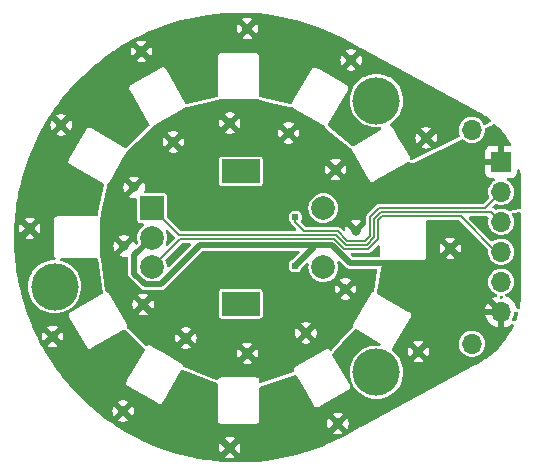
<source format=gbr>
%TF.GenerationSoftware,KiCad,Pcbnew,(6.0.2)*%
%TF.CreationDate,2022-04-26T00:42:37+10:00*%
%TF.ProjectId,adapter,61646170-7465-4722-9e6b-696361645f70,1.2*%
%TF.SameCoordinates,Original*%
%TF.FileFunction,Copper,L1,Top*%
%TF.FilePolarity,Positive*%
%FSLAX46Y46*%
G04 Gerber Fmt 4.6, Leading zero omitted, Abs format (unit mm)*
G04 Created by KiCad (PCBNEW (6.0.2)) date 2022-04-26 00:42:37*
%MOMM*%
%LPD*%
G01*
G04 APERTURE LIST*
%TA.AperFunction,ComponentPad*%
%ADD10R,2.000000X2.000000*%
%TD*%
%TA.AperFunction,ComponentPad*%
%ADD11C,2.000000*%
%TD*%
%TA.AperFunction,ComponentPad*%
%ADD12R,3.200000X2.000000*%
%TD*%
%TA.AperFunction,ComponentPad*%
%ADD13O,1.700000X1.700000*%
%TD*%
%TA.AperFunction,ComponentPad*%
%ADD14R,1.700000X1.700000*%
%TD*%
%TA.AperFunction,ComponentPad*%
%ADD15C,4.000000*%
%TD*%
%TA.AperFunction,ComponentPad*%
%ADD16C,0.800000*%
%TD*%
%TA.AperFunction,ViaPad*%
%ADD17C,0.609600*%
%TD*%
%TA.AperFunction,Conductor*%
%ADD18C,0.500000*%
%TD*%
%TA.AperFunction,Conductor*%
%ADD19C,0.203200*%
%TD*%
G04 APERTURE END LIST*
D10*
%TO.P,SW1,A,A*%
%TO.N,r2*%
X45000000Y-41100000D03*
D11*
%TO.P,SW1,B,B*%
%TO.N,r1*%
X45000000Y-46100000D03*
%TO.P,SW1,C,C*%
%TO.N,Gnd*%
X45000000Y-43600000D03*
D12*
%TO.P,SW1,MP*%
%TO.N,N/C*%
X52500000Y-38000000D03*
X52500000Y-49200000D03*
D11*
%TO.P,SW1,S1,S1*%
%TO.N,Net-(JP1-Pad2)*%
X59500000Y-46100000D03*
%TO.P,SW1,S2,S2*%
%TO.N,button*%
X59500000Y-41100000D03*
%TD*%
D13*
%TO.P,J2,1,Pin_1*%
%TO.N,Col*%
X72067000Y-34482000D03*
%TD*%
D14*
%TO.P,J1,1,Pin_1*%
%TO.N,Vcc*%
X74550000Y-37180000D03*
D13*
%TO.P,J1,2,Pin_2*%
%TO.N,button*%
X74550000Y-39720000D03*
%TO.P,J1,3,Pin_3*%
%TO.N,r2*%
X74550000Y-42260000D03*
%TO.P,J1,4,Pin_4*%
%TO.N,r1*%
X74550000Y-44800000D03*
%TO.P,J1,5,Pin_5*%
%TO.N,DIN*%
X74550000Y-47340000D03*
%TO.P,J1,6,Pin_6*%
%TO.N,Gnd*%
X74550000Y-49880000D03*
%TD*%
%TO.P,J5,1,Pin_1*%
%TO.N,DOUT*%
X72067000Y-52590000D03*
%TD*%
D15*
%TO.P,,1*%
%TO.N,N/C*%
X64000000Y-55000000D03*
%TD*%
%TO.P,,1*%
%TO.N,N/C*%
X36750000Y-47750000D03*
%TD*%
%TO.P,,1*%
%TO.N,N/C*%
X64000000Y-32000000D03*
%TD*%
D16*
%TO.P,D5,2,VSS*%
%TO.N,Gnd*%
X36574898Y-51958481D03*
%TO.P,D5,4,VDD*%
%TO.N,Vcc*%
X44253102Y-49257519D03*
%TD*%
%TO.P,D11,2,VSS*%
%TO.N,Gnd*%
X68214102Y-35149519D03*
%TO.P,D11,4,VDD*%
%TO.N,Vcc*%
X60535898Y-37850481D03*
%TD*%
%TO.P,D4,2,VSS*%
%TO.N,Gnd*%
X42550481Y-58289102D03*
%TO.P,D4,4,VDD*%
%TO.N,Vcc*%
X47849519Y-52110898D03*
%TD*%
%TO.P,D7,2,VSS*%
%TO.N,Gnd*%
X37297260Y-34050481D03*
%TO.P,D7,4,VDD*%
%TO.N,Vcc*%
X43475464Y-39349519D03*
%TD*%
%TO.P,D8,2,VSS*%
%TO.N,Gnd*%
X44098766Y-27821898D03*
%TO.P,D8,4,VDD*%
%TO.N,Vcc*%
X46799728Y-35500102D03*
%TD*%
%TO.P,D10,2,VSS*%
%TO.N,Gnd*%
X61849519Y-28560898D03*
%TO.P,D10,4,VDD*%
%TO.N,Vcc*%
X56550481Y-34739102D03*
%TD*%
%TO.P,D6,2,VSS*%
%TO.N,Gnd*%
X34639000Y-42808000D03*
%TO.P,D6,4,VDD*%
%TO.N,Vcc*%
X42639000Y-44308000D03*
%TD*%
%TO.P,D9,2,VSS*%
%TO.N,Gnd*%
X53072000Y-25900000D03*
%TO.P,D9,4,VDD*%
%TO.N,Vcc*%
X51572000Y-33900000D03*
%TD*%
%TO.P,D2,2,VSS*%
%TO.N,Gnd*%
X60730481Y-59339102D03*
%TO.P,D2,4,VDD*%
%TO.N,Vcc*%
X58029519Y-51660898D03*
%TD*%
%TO.P,D12,2,VSS*%
%TO.N,Gnd*%
X70250000Y-44500000D03*
%TO.P,D12,4,VDD*%
%TO.N,Vcc*%
X62250000Y-43000000D03*
%TD*%
%TO.P,D3,2,VSS*%
%TO.N,Gnd*%
X51572000Y-61390000D03*
%TO.P,D3,4,VDD*%
%TO.N,Vcc*%
X53072000Y-53390000D03*
%TD*%
%TO.P,D1,2,VSS*%
%TO.N,Gnd*%
X67552740Y-53249519D03*
%TO.P,D1,4,VDD*%
%TO.N,Vcc*%
X61374536Y-47950481D03*
%TD*%
D17*
%TO.N,Gnd*%
X57118000Y-45991000D03*
%TO.N,button*%
X57123000Y-41857000D03*
%TD*%
D18*
%TO.N,Gnd*%
X70428000Y-45758000D02*
X61789000Y-45758000D01*
X43489000Y-45111000D02*
X45000000Y-43600000D01*
X49072000Y-44200000D02*
X45739000Y-47533000D01*
X58750000Y-44359000D02*
X58750000Y-44200000D01*
X58750000Y-44200000D02*
X49072000Y-44200000D01*
X43489000Y-46658000D02*
X43489000Y-45111000D01*
X57118000Y-45991000D02*
X58750000Y-44359000D01*
X44364000Y-47533000D02*
X43489000Y-46658000D01*
X60231000Y-44200000D02*
X58750000Y-44200000D01*
X61789000Y-45758000D02*
X60231000Y-44200000D01*
X45739000Y-47533000D02*
X44364000Y-47533000D01*
X74550000Y-49880000D02*
X70428000Y-45758000D01*
D19*
%TO.N,button*%
X61518753Y-43879000D02*
X63049000Y-43879000D01*
X57123000Y-42286000D02*
X57899441Y-43062441D01*
X57899441Y-43062441D02*
X60702194Y-43062441D01*
X63049000Y-43879000D02*
X63479000Y-43449000D01*
X60702194Y-43062441D02*
X61518753Y-43879000D01*
X73154000Y-41116000D02*
X74550000Y-39720000D01*
X64217000Y-41116000D02*
X73154000Y-41116000D01*
X57123000Y-41857000D02*
X57123000Y-42286000D01*
X63479000Y-41854000D02*
X64217000Y-41116000D01*
X63479000Y-43449000D02*
X63479000Y-41854000D01*
%TO.N,r1*%
X64138440Y-42127148D02*
X64490148Y-41775440D01*
X64490148Y-41775440D02*
X71114440Y-41775440D01*
X45000000Y-46100000D02*
X47378120Y-43721880D01*
X63322149Y-44538439D02*
X64138440Y-43722148D01*
X74139000Y-44800000D02*
X74550000Y-44800000D01*
X47378120Y-43721880D02*
X60429045Y-43721880D01*
X60429045Y-43721880D02*
X61245605Y-44538440D01*
X71114440Y-41775440D02*
X74139000Y-44800000D01*
X64138440Y-43722148D02*
X64138440Y-42127148D01*
X61245605Y-44538440D02*
X63322149Y-44538439D01*
%TO.N,r2*%
X60565620Y-43392161D02*
X61382179Y-44208720D01*
X61382179Y-44208720D02*
X63185574Y-44208720D01*
X47292160Y-43392160D02*
X60565620Y-43392161D01*
X73735720Y-41445720D02*
X74550000Y-42260000D01*
X63808720Y-41990574D02*
X64353574Y-41445720D01*
X63808720Y-43585574D02*
X63808720Y-41990574D01*
X64353574Y-41445720D02*
X73735720Y-41445720D01*
X63185574Y-44208720D02*
X63808720Y-43585574D01*
X45000000Y-41100000D02*
X47292160Y-43392160D01*
%TD*%
%TA.AperFunction,Conductor*%
%TO.N,Gnd*%
G36*
X52998172Y-24569670D02*
G01*
X53003784Y-24569864D01*
X53845780Y-24617684D01*
X53851375Y-24618127D01*
X54690460Y-24703438D01*
X54695997Y-24704127D01*
X55530417Y-24826751D01*
X55535944Y-24827689D01*
X56364093Y-24987391D01*
X56369560Y-24988572D01*
X57189755Y-25185028D01*
X57195148Y-25186447D01*
X58005774Y-25419268D01*
X58011137Y-25420939D01*
X58810547Y-25689651D01*
X58815831Y-25691559D01*
X59602490Y-25995646D01*
X59607683Y-25997788D01*
X60379980Y-26336627D01*
X60385073Y-26338998D01*
X61141518Y-26711935D01*
X61146500Y-26714531D01*
X61885547Y-27120804D01*
X61890409Y-27123619D01*
X62582012Y-27545006D01*
X62597922Y-27557266D01*
X62601411Y-27559500D01*
X62610354Y-27568100D01*
X62621905Y-27572623D01*
X62621909Y-27572625D01*
X62636012Y-27578146D01*
X62649812Y-27584535D01*
X72353715Y-32809713D01*
X72370051Y-32820210D01*
X72386909Y-32832979D01*
X72398917Y-32836117D01*
X72405947Y-32839529D01*
X72420811Y-32845320D01*
X72814083Y-33053755D01*
X72821822Y-33058215D01*
X73226011Y-33310646D01*
X73233414Y-33315643D01*
X73616607Y-33594546D01*
X73618698Y-33596068D01*
X73625730Y-33601578D01*
X73665833Y-33635362D01*
X73705044Y-33694548D01*
X73706032Y-33765538D01*
X73668483Y-33825792D01*
X73639248Y-33845282D01*
X73222476Y-34045639D01*
X73152417Y-34057127D01*
X73087267Y-34028913D01*
X73054880Y-33987808D01*
X73015331Y-33907608D01*
X73015328Y-33907604D01*
X73012776Y-33902428D01*
X73005808Y-33893096D01*
X72955549Y-33825792D01*
X72891320Y-33739779D01*
X72742258Y-33601987D01*
X72737375Y-33598906D01*
X72737371Y-33598903D01*
X72575464Y-33496748D01*
X72570581Y-33493667D01*
X72382039Y-33418446D01*
X72376379Y-33417320D01*
X72376375Y-33417319D01*
X72188613Y-33379971D01*
X72188610Y-33379971D01*
X72182946Y-33378844D01*
X72177171Y-33378768D01*
X72177167Y-33378768D01*
X72075793Y-33377441D01*
X71979971Y-33376187D01*
X71974274Y-33377166D01*
X71974273Y-33377166D01*
X71785607Y-33409585D01*
X71779910Y-33410564D01*
X71589463Y-33480824D01*
X71415010Y-33584612D01*
X71410670Y-33588418D01*
X71410666Y-33588421D01*
X71266733Y-33714648D01*
X71262392Y-33718455D01*
X71136720Y-33877869D01*
X71134031Y-33882980D01*
X71134029Y-33882983D01*
X71096482Y-33954349D01*
X71042203Y-34057515D01*
X70982007Y-34251378D01*
X70958148Y-34452964D01*
X70971424Y-34655522D01*
X70972845Y-34661118D01*
X70972846Y-34661123D01*
X71004336Y-34785111D01*
X71021392Y-34852269D01*
X71023809Y-34857512D01*
X71064398Y-34945557D01*
X71074753Y-35015795D01*
X71045490Y-35080480D01*
X71004564Y-35111867D01*
X67032278Y-37021483D01*
X66962218Y-37032971D01*
X66897068Y-37004757D01*
X66857514Y-36945799D01*
X66853259Y-36926600D01*
X66854004Y-36915235D01*
X66847980Y-36897490D01*
X66825512Y-36831300D01*
X66825511Y-36831298D01*
X66821523Y-36819550D01*
X66812886Y-36809701D01*
X66798500Y-36789625D01*
X66312287Y-35947480D01*
X67780971Y-35947480D01*
X67784482Y-35952170D01*
X67925943Y-36015153D01*
X67938422Y-36019208D01*
X68112209Y-36056146D01*
X68125270Y-36057519D01*
X68302934Y-36057519D01*
X68315995Y-36056146D01*
X68489782Y-36019208D01*
X68502261Y-36015153D01*
X68636735Y-35955280D01*
X68647480Y-35946147D01*
X68645883Y-35940510D01*
X68226914Y-35521541D01*
X68212970Y-35513927D01*
X68211137Y-35514058D01*
X68204522Y-35518309D01*
X67787731Y-35935100D01*
X67780971Y-35947480D01*
X66312287Y-35947480D01*
X65855374Y-35156084D01*
X67301790Y-35156084D01*
X67320361Y-35332780D01*
X67323091Y-35345621D01*
X67377994Y-35514594D01*
X67383332Y-35526583D01*
X67408863Y-35570804D01*
X67419067Y-35580534D01*
X67427088Y-35577323D01*
X67842080Y-35162331D01*
X67848458Y-35150651D01*
X68578510Y-35150651D01*
X68578641Y-35152484D01*
X68582892Y-35159099D01*
X68997472Y-35573679D01*
X69009852Y-35580439D01*
X69016767Y-35575263D01*
X69044872Y-35526583D01*
X69050210Y-35514594D01*
X69105113Y-35345621D01*
X69107843Y-35332780D01*
X69126414Y-35156084D01*
X69126414Y-35142954D01*
X69107843Y-34966258D01*
X69105113Y-34953417D01*
X69050210Y-34784444D01*
X69044872Y-34772455D01*
X69019341Y-34728234D01*
X69009137Y-34718504D01*
X69001116Y-34721715D01*
X68586124Y-35136707D01*
X68578510Y-35150651D01*
X67848458Y-35150651D01*
X67849694Y-35148387D01*
X67849563Y-35146554D01*
X67845312Y-35139939D01*
X67430732Y-34725359D01*
X67418352Y-34718599D01*
X67411437Y-34723775D01*
X67383332Y-34772455D01*
X67377994Y-34784444D01*
X67323091Y-34953417D01*
X67320361Y-34966258D01*
X67301790Y-35142954D01*
X67301790Y-35156084D01*
X65855374Y-35156084D01*
X65391651Y-34352891D01*
X67780724Y-34352891D01*
X67782321Y-34358528D01*
X68201290Y-34777497D01*
X68215234Y-34785111D01*
X68217067Y-34784980D01*
X68223682Y-34780729D01*
X68640473Y-34363938D01*
X68647233Y-34351558D01*
X68643722Y-34346868D01*
X68502261Y-34283885D01*
X68489782Y-34279830D01*
X68315995Y-34242892D01*
X68302934Y-34241519D01*
X68125270Y-34241519D01*
X68112209Y-34242892D01*
X67938422Y-34279830D01*
X67925943Y-34283885D01*
X67791469Y-34343758D01*
X67780724Y-34352891D01*
X65391651Y-34352891D01*
X65335927Y-34256375D01*
X65325733Y-34233877D01*
X65325511Y-34233222D01*
X65325511Y-34233221D01*
X65321523Y-34221474D01*
X65300686Y-34197713D01*
X65263080Y-34154832D01*
X65254898Y-34145502D01*
X65243767Y-34140013D01*
X65243766Y-34140012D01*
X65215954Y-34126296D01*
X65163705Y-34078228D01*
X65145739Y-34009542D01*
X65167759Y-33942046D01*
X65201681Y-33908526D01*
X65203055Y-33907608D01*
X65375397Y-33792453D01*
X65597593Y-33597593D01*
X65792453Y-33375397D01*
X65956643Y-33129668D01*
X66087355Y-32864611D01*
X66088681Y-32860705D01*
X66181026Y-32588666D01*
X66181027Y-32588663D01*
X66182352Y-32584759D01*
X66205569Y-32468042D01*
X66239204Y-32298946D01*
X66239204Y-32298943D01*
X66240008Y-32294903D01*
X66240312Y-32290273D01*
X66259067Y-32004119D01*
X66259337Y-32000000D01*
X66240008Y-31705097D01*
X66239204Y-31701054D01*
X66183157Y-31419286D01*
X66183155Y-31419280D01*
X66182352Y-31415241D01*
X66087355Y-31135389D01*
X66007427Y-30973311D01*
X65958470Y-30874036D01*
X65958467Y-30874031D01*
X65956643Y-30870332D01*
X65792453Y-30624603D01*
X65597593Y-30402407D01*
X65375397Y-30207547D01*
X65129669Y-30043357D01*
X65125970Y-30041533D01*
X65125965Y-30041530D01*
X64989991Y-29974475D01*
X64864611Y-29912645D01*
X64850097Y-29907718D01*
X64588666Y-29818974D01*
X64588663Y-29818973D01*
X64584759Y-29817648D01*
X64580720Y-29816845D01*
X64580714Y-29816843D01*
X64298946Y-29760796D01*
X64298943Y-29760796D01*
X64294903Y-29759992D01*
X64290792Y-29759723D01*
X64290788Y-29759722D01*
X64004119Y-29740933D01*
X64000000Y-29740663D01*
X63995881Y-29740933D01*
X63709212Y-29759722D01*
X63709208Y-29759723D01*
X63705097Y-29759992D01*
X63701057Y-29760796D01*
X63701054Y-29760796D01*
X63419286Y-29816843D01*
X63419280Y-29816845D01*
X63415241Y-29817648D01*
X63411337Y-29818973D01*
X63411334Y-29818974D01*
X63149903Y-29907718D01*
X63135389Y-29912645D01*
X63010143Y-29974410D01*
X62874036Y-30041530D01*
X62874031Y-30041533D01*
X62870332Y-30043357D01*
X62624603Y-30207547D01*
X62402407Y-30402407D01*
X62207547Y-30624603D01*
X62043357Y-30870332D01*
X62041533Y-30874031D01*
X62041530Y-30874036D01*
X61992573Y-30973311D01*
X61912645Y-31135389D01*
X61817648Y-31415241D01*
X61816845Y-31419280D01*
X61816843Y-31419286D01*
X61760796Y-31701054D01*
X61759992Y-31705097D01*
X61740663Y-32000000D01*
X61740933Y-32004119D01*
X61759689Y-32290273D01*
X61759992Y-32294903D01*
X61760796Y-32298943D01*
X61760796Y-32298946D01*
X61794432Y-32468042D01*
X61817648Y-32584759D01*
X61818973Y-32588663D01*
X61818974Y-32588666D01*
X61911319Y-32860705D01*
X61912645Y-32864611D01*
X62043357Y-33129668D01*
X62207547Y-33375397D01*
X62402407Y-33597593D01*
X62624603Y-33792453D01*
X62870331Y-33956643D01*
X62874030Y-33958467D01*
X62874035Y-33958470D01*
X63010009Y-34025525D01*
X63135389Y-34087355D01*
X63139294Y-34088680D01*
X63139295Y-34088681D01*
X63411334Y-34181026D01*
X63411337Y-34181027D01*
X63415241Y-34182352D01*
X63419280Y-34183155D01*
X63419286Y-34183157D01*
X63701054Y-34239204D01*
X63701057Y-34239204D01*
X63705097Y-34240008D01*
X63709208Y-34240277D01*
X63709212Y-34240278D01*
X63995881Y-34259067D01*
X64000000Y-34259337D01*
X64004119Y-34259067D01*
X64290776Y-34240279D01*
X64290784Y-34240278D01*
X64294903Y-34240008D01*
X64297950Y-34239402D01*
X64367862Y-34250303D01*
X64420962Y-34297429D01*
X64440154Y-34365783D01*
X64419345Y-34433661D01*
X64377163Y-34473406D01*
X62058170Y-35812278D01*
X62035673Y-35822471D01*
X62023270Y-35826682D01*
X62021838Y-35822463D01*
X61976221Y-35833505D01*
X61909141Y-35810251D01*
X61901973Y-35804743D01*
X59904609Y-34152689D01*
X59864865Y-34093859D01*
X59863236Y-34022881D01*
X59870832Y-34004566D01*
X59873318Y-34001731D01*
X59877529Y-33989327D01*
X59887722Y-33966830D01*
X61550295Y-31087170D01*
X61564681Y-31067094D01*
X61565136Y-31066575D01*
X61573318Y-31057245D01*
X61585715Y-31020727D01*
X61601810Y-30973311D01*
X61605799Y-30961560D01*
X61599190Y-30860729D01*
X61554498Y-30770102D01*
X61497704Y-30720295D01*
X61497702Y-30720294D01*
X61491069Y-30714477D01*
X61487854Y-30711657D01*
X61487852Y-30711656D01*
X61478526Y-30703477D01*
X61466122Y-30699266D01*
X61443628Y-30689074D01*
X61326581Y-30621497D01*
X59139626Y-29358859D01*
X61416388Y-29358859D01*
X61419899Y-29363549D01*
X61561360Y-29426532D01*
X61573839Y-29430587D01*
X61747626Y-29467525D01*
X61760687Y-29468898D01*
X61938351Y-29468898D01*
X61951412Y-29467525D01*
X62125199Y-29430587D01*
X62137678Y-29426532D01*
X62272152Y-29366659D01*
X62282897Y-29357526D01*
X62281300Y-29351889D01*
X61862331Y-28932920D01*
X61848387Y-28925306D01*
X61846554Y-28925437D01*
X61839939Y-28929688D01*
X61423148Y-29346479D01*
X61416388Y-29358859D01*
X59139626Y-29358859D01*
X58910372Y-29226499D01*
X58890295Y-29212111D01*
X58889779Y-29211658D01*
X58889778Y-29211657D01*
X58880450Y-29203477D01*
X58784765Y-29170996D01*
X58723906Y-29174985D01*
X58696320Y-29176793D01*
X58696319Y-29176793D01*
X58683934Y-29177605D01*
X58593307Y-29222297D01*
X58551384Y-29270102D01*
X58526682Y-29298269D01*
X58522473Y-29310669D01*
X58512280Y-29333165D01*
X57133724Y-31720896D01*
X56849705Y-32212831D01*
X56835316Y-32232910D01*
X56826682Y-32242755D01*
X56825764Y-32245461D01*
X56779168Y-32289887D01*
X56709454Y-32303321D01*
X56692220Y-32300459D01*
X54175336Y-31700494D01*
X54113712Y-31665242D01*
X54080928Y-31602268D01*
X54080795Y-31600908D01*
X54080976Y-31600000D01*
X54078421Y-31587153D01*
X54076000Y-31562575D01*
X54076000Y-28567463D01*
X60937207Y-28567463D01*
X60955778Y-28744159D01*
X60958508Y-28757000D01*
X61013411Y-28925973D01*
X61018749Y-28937962D01*
X61044280Y-28982183D01*
X61054484Y-28991913D01*
X61062505Y-28988702D01*
X61477497Y-28573710D01*
X61483875Y-28562030D01*
X62213927Y-28562030D01*
X62214058Y-28563863D01*
X62218309Y-28570478D01*
X62632889Y-28985058D01*
X62645269Y-28991818D01*
X62652184Y-28986642D01*
X62680289Y-28937962D01*
X62685627Y-28925973D01*
X62740530Y-28757000D01*
X62743260Y-28744159D01*
X62761831Y-28567463D01*
X62761831Y-28554333D01*
X62743260Y-28377637D01*
X62740530Y-28364796D01*
X62685627Y-28195823D01*
X62680289Y-28183834D01*
X62654758Y-28139613D01*
X62644554Y-28129883D01*
X62636533Y-28133094D01*
X62221541Y-28548086D01*
X62213927Y-28562030D01*
X61483875Y-28562030D01*
X61485111Y-28559766D01*
X61484980Y-28557933D01*
X61480729Y-28551318D01*
X61066149Y-28136738D01*
X61053769Y-28129978D01*
X61046854Y-28135154D01*
X61018749Y-28183834D01*
X61013411Y-28195823D01*
X60958508Y-28364796D01*
X60955778Y-28377637D01*
X60937207Y-28554333D01*
X60937207Y-28567463D01*
X54076000Y-28567463D01*
X54076000Y-28237425D01*
X54078421Y-28212844D01*
X54078555Y-28212170D01*
X54080976Y-28200000D01*
X54061263Y-28100894D01*
X54005124Y-28016876D01*
X53921106Y-27960737D01*
X53847017Y-27946000D01*
X53834172Y-27943445D01*
X53822000Y-27941024D01*
X53809153Y-27943579D01*
X53784575Y-27946000D01*
X50859425Y-27946000D01*
X50834847Y-27943579D01*
X50822000Y-27941024D01*
X50809828Y-27943445D01*
X50796983Y-27946000D01*
X50722894Y-27960737D01*
X50638876Y-28016876D01*
X50582737Y-28100894D01*
X50563024Y-28200000D01*
X50565445Y-28212170D01*
X50565579Y-28212844D01*
X50568000Y-28237425D01*
X50568000Y-31562575D01*
X50565579Y-31587153D01*
X50563024Y-31600000D01*
X50563800Y-31603900D01*
X50545443Y-31666418D01*
X50491787Y-31712911D01*
X50468523Y-31720896D01*
X47959492Y-32315997D01*
X47888594Y-32312256D01*
X47830974Y-32270778D01*
X47825667Y-32262894D01*
X47822565Y-32253755D01*
X47813928Y-32243906D01*
X47799542Y-32223830D01*
X46136969Y-29344170D01*
X46126775Y-29321672D01*
X46126553Y-29321017D01*
X46126553Y-29321016D01*
X46122565Y-29309269D01*
X46112919Y-29298269D01*
X46064122Y-29242627D01*
X46055940Y-29233297D01*
X45965313Y-29188605D01*
X45952928Y-29187793D01*
X45952927Y-29187793D01*
X45925341Y-29185985D01*
X45864482Y-29181996D01*
X45852731Y-29185985D01*
X45780547Y-29210488D01*
X45780545Y-29210489D01*
X45768797Y-29214477D01*
X45759467Y-29222659D01*
X45758948Y-29223114D01*
X45738872Y-29237500D01*
X43205622Y-30700073D01*
X43183125Y-30710266D01*
X43170721Y-30714477D01*
X43151547Y-30731292D01*
X43151543Y-30731294D01*
X43151544Y-30731295D01*
X43094749Y-30781102D01*
X43050057Y-30871729D01*
X43043448Y-30972560D01*
X43075929Y-31068245D01*
X43084109Y-31077573D01*
X43084110Y-31077574D01*
X43084563Y-31078090D01*
X43098951Y-31098167D01*
X44749292Y-33956643D01*
X44761526Y-33977833D01*
X44771718Y-34000327D01*
X44775929Y-34012731D01*
X44779909Y-34017269D01*
X44795607Y-34081977D01*
X44772387Y-34149069D01*
X44755946Y-34167885D01*
X42824781Y-35979122D01*
X42761411Y-36011134D01*
X42690794Y-36003804D01*
X42675585Y-35996338D01*
X41238746Y-35166779D01*
X39823529Y-34349704D01*
X39803452Y-34335316D01*
X39802936Y-34334863D01*
X39802935Y-34334862D01*
X39793607Y-34326682D01*
X39765554Y-34317159D01*
X39709674Y-34298190D01*
X39709673Y-34298190D01*
X39697922Y-34294201D01*
X39637063Y-34298190D01*
X39609477Y-34299998D01*
X39609476Y-34299998D01*
X39597091Y-34300810D01*
X39506464Y-34345502D01*
X39464541Y-34393307D01*
X39439839Y-34421474D01*
X39435702Y-34433661D01*
X39435630Y-34433874D01*
X39425437Y-34456370D01*
X37988166Y-36945799D01*
X37962862Y-36989626D01*
X37948473Y-37009705D01*
X37939839Y-37019550D01*
X37931640Y-37043703D01*
X37907358Y-37115235D01*
X37913967Y-37216066D01*
X37958659Y-37306693D01*
X38034631Y-37373318D01*
X38046378Y-37377306D01*
X38046379Y-37377306D01*
X38047034Y-37377528D01*
X38069532Y-37387722D01*
X38346546Y-37547656D01*
X40656861Y-38881517D01*
X40883607Y-39012429D01*
X40932600Y-39063811D01*
X40946036Y-39133525D01*
X40943719Y-39148369D01*
X40437768Y-41470758D01*
X40386775Y-41704821D01*
X40352731Y-41767123D01*
X40290408Y-41801129D01*
X40263663Y-41804000D01*
X36976425Y-41804000D01*
X36951847Y-41801579D01*
X36939000Y-41799024D01*
X36839894Y-41818737D01*
X36829575Y-41825632D01*
X36775717Y-41861619D01*
X36755876Y-41874876D01*
X36748983Y-41885192D01*
X36710781Y-41942366D01*
X36699737Y-41958894D01*
X36693923Y-41988124D01*
X36693922Y-41988126D01*
X36693923Y-41988126D01*
X36680024Y-42058000D01*
X36682445Y-42070170D01*
X36682579Y-42070844D01*
X36685000Y-42095425D01*
X36685000Y-45020575D01*
X36682579Y-45045153D01*
X36680024Y-45058000D01*
X36685000Y-45083017D01*
X36699737Y-45157106D01*
X36755876Y-45241124D01*
X36786823Y-45261802D01*
X36832351Y-45316277D01*
X36841200Y-45386720D01*
X36810560Y-45450764D01*
X36750159Y-45488077D01*
X36725063Y-45492297D01*
X36459212Y-45509722D01*
X36459208Y-45509723D01*
X36455097Y-45509992D01*
X36451057Y-45510796D01*
X36451054Y-45510796D01*
X36169286Y-45566843D01*
X36169280Y-45566845D01*
X36165241Y-45567648D01*
X36161337Y-45568973D01*
X36161334Y-45568974D01*
X35899067Y-45658002D01*
X35885389Y-45662645D01*
X35788444Y-45710453D01*
X35624036Y-45791530D01*
X35624031Y-45791533D01*
X35620332Y-45793357D01*
X35374603Y-45957547D01*
X35152407Y-46152407D01*
X34957547Y-46374603D01*
X34793357Y-46620332D01*
X34662645Y-46885389D01*
X34661320Y-46889294D01*
X34661319Y-46889295D01*
X34574990Y-47143613D01*
X34567648Y-47165241D01*
X34566845Y-47169280D01*
X34566843Y-47169286D01*
X34521339Y-47398053D01*
X34509992Y-47455097D01*
X34509723Y-47459208D01*
X34509722Y-47459212D01*
X34500938Y-47593231D01*
X34490663Y-47750000D01*
X34490933Y-47754119D01*
X34504970Y-47968276D01*
X34509992Y-48044903D01*
X34510796Y-48048943D01*
X34510796Y-48048946D01*
X34566597Y-48329474D01*
X34567648Y-48334759D01*
X34568973Y-48338663D01*
X34568974Y-48338666D01*
X34652549Y-48584868D01*
X34662645Y-48614611D01*
X34710780Y-48712219D01*
X34782625Y-48857905D01*
X34793357Y-48879668D01*
X34957547Y-49125397D01*
X35152407Y-49347593D01*
X35374603Y-49542453D01*
X35620331Y-49706643D01*
X35624030Y-49708467D01*
X35624035Y-49708470D01*
X35712306Y-49752000D01*
X35885389Y-49837355D01*
X35889294Y-49838680D01*
X35889295Y-49838681D01*
X36161334Y-49931026D01*
X36161337Y-49931027D01*
X36165241Y-49932352D01*
X36169280Y-49933155D01*
X36169286Y-49933157D01*
X36451054Y-49989204D01*
X36451057Y-49989204D01*
X36455097Y-49990008D01*
X36459208Y-49990277D01*
X36459212Y-49990278D01*
X36745881Y-50009067D01*
X36750000Y-50009337D01*
X36754119Y-50009067D01*
X37040788Y-49990278D01*
X37040792Y-49990277D01*
X37044903Y-49990008D01*
X37048943Y-49989204D01*
X37048946Y-49989204D01*
X37330714Y-49933157D01*
X37330720Y-49933155D01*
X37334759Y-49932352D01*
X37338663Y-49931027D01*
X37338666Y-49931026D01*
X37610705Y-49838681D01*
X37610706Y-49838680D01*
X37614611Y-49837355D01*
X37787694Y-49752000D01*
X37875965Y-49708470D01*
X37875970Y-49708467D01*
X37879669Y-49706643D01*
X38125397Y-49542453D01*
X38347593Y-49347593D01*
X38542453Y-49125397D01*
X38706643Y-48879668D01*
X38717376Y-48857905D01*
X38789220Y-48712219D01*
X38837355Y-48614611D01*
X38847451Y-48584868D01*
X38931026Y-48338666D01*
X38931027Y-48338663D01*
X38932352Y-48334759D01*
X38933404Y-48329474D01*
X38989204Y-48048946D01*
X38989204Y-48048943D01*
X38990008Y-48044903D01*
X38995031Y-47968276D01*
X39009067Y-47754119D01*
X39009337Y-47750000D01*
X38999062Y-47593231D01*
X38990278Y-47459212D01*
X38990277Y-47459208D01*
X38990008Y-47455097D01*
X38978661Y-47398053D01*
X38933157Y-47169286D01*
X38933155Y-47169280D01*
X38932352Y-47165241D01*
X38925011Y-47143613D01*
X38838681Y-46889295D01*
X38838680Y-46889294D01*
X38837355Y-46885389D01*
X38706643Y-46620332D01*
X38542453Y-46374603D01*
X38347593Y-46152407D01*
X38125397Y-45957547D01*
X37879669Y-45793357D01*
X37875970Y-45791533D01*
X37875965Y-45791530D01*
X37711556Y-45710453D01*
X37614611Y-45662645D01*
X37600933Y-45658002D01*
X37338666Y-45568974D01*
X37338663Y-45568973D01*
X37334759Y-45567648D01*
X37330720Y-45566845D01*
X37330714Y-45566843D01*
X37304248Y-45561579D01*
X37241338Y-45528672D01*
X37206206Y-45466977D01*
X37210006Y-45396082D01*
X37251532Y-45338496D01*
X37317598Y-45312502D01*
X37328829Y-45312000D01*
X40273565Y-45312000D01*
X40341686Y-45332002D01*
X40388179Y-45385658D01*
X40398194Y-45419462D01*
X40820134Y-48256098D01*
X40810372Y-48326420D01*
X40758505Y-48383755D01*
X38097170Y-49920278D01*
X38074673Y-49930471D01*
X38062269Y-49934682D01*
X38043095Y-49951497D01*
X38043091Y-49951499D01*
X38043092Y-49951500D01*
X37986297Y-50001307D01*
X37941605Y-50091934D01*
X37934996Y-50192765D01*
X37967477Y-50288450D01*
X37975657Y-50297778D01*
X37975658Y-50297779D01*
X37976111Y-50298295D01*
X37990499Y-50318372D01*
X39451332Y-52848611D01*
X39453074Y-52851628D01*
X39463266Y-52874122D01*
X39467477Y-52886526D01*
X39484294Y-52905702D01*
X39484295Y-52905704D01*
X39525920Y-52953169D01*
X39525922Y-52953170D01*
X39527086Y-52954498D01*
X39534102Y-52962498D01*
X39545231Y-52967986D01*
X39545232Y-52967987D01*
X39572265Y-52981318D01*
X39624729Y-53007190D01*
X39637114Y-53008002D01*
X39637115Y-53008002D01*
X39663878Y-53009756D01*
X39725560Y-53013799D01*
X39821245Y-52981318D01*
X39831090Y-52972684D01*
X39851169Y-52958295D01*
X39859740Y-52953347D01*
X42528895Y-51412310D01*
X42597890Y-51395572D01*
X42664982Y-51418792D01*
X42677197Y-51428696D01*
X44327607Y-52946900D01*
X44349910Y-52967416D01*
X44386503Y-53028256D01*
X44384395Y-53099221D01*
X44373725Y-53123148D01*
X43292503Y-54995881D01*
X42997481Y-55506876D01*
X42849705Y-55762831D01*
X42835316Y-55782910D01*
X42826682Y-55792755D01*
X42818483Y-55816908D01*
X42794201Y-55888440D01*
X42800810Y-55989271D01*
X42845502Y-56079898D01*
X42921474Y-56146523D01*
X42933221Y-56150511D01*
X42933222Y-56150511D01*
X42933877Y-56150733D01*
X42956375Y-56160927D01*
X45489625Y-57623500D01*
X45509701Y-57637886D01*
X45519550Y-57646523D01*
X45531298Y-57650511D01*
X45531300Y-57650512D01*
X45568413Y-57663110D01*
X45615235Y-57679004D01*
X45676917Y-57674961D01*
X45703680Y-57673207D01*
X45703681Y-57673207D01*
X45716066Y-57672395D01*
X45806693Y-57627703D01*
X45873318Y-57551731D01*
X45877529Y-57539327D01*
X45887722Y-57516830D01*
X47437713Y-54832168D01*
X47489095Y-54783175D01*
X47558809Y-54769739D01*
X47592978Y-54777923D01*
X50488149Y-55917442D01*
X50544209Y-55961002D01*
X50568000Y-56034686D01*
X50568000Y-59052575D01*
X50565579Y-59077153D01*
X50563024Y-59090000D01*
X50568000Y-59115017D01*
X50582737Y-59189106D01*
X50638876Y-59273124D01*
X50722894Y-59329263D01*
X50822000Y-59348976D01*
X50834847Y-59346421D01*
X50859425Y-59344000D01*
X53784575Y-59344000D01*
X53809153Y-59346421D01*
X53822000Y-59348976D01*
X53838636Y-59345667D01*
X59818169Y-59345667D01*
X59836740Y-59522363D01*
X59839470Y-59535204D01*
X59894373Y-59704177D01*
X59899711Y-59716166D01*
X59925242Y-59760387D01*
X59935446Y-59770117D01*
X59943467Y-59766906D01*
X60358459Y-59351914D01*
X60364837Y-59340234D01*
X61094889Y-59340234D01*
X61095020Y-59342067D01*
X61099271Y-59348682D01*
X61513851Y-59763262D01*
X61526231Y-59770022D01*
X61533146Y-59764846D01*
X61561251Y-59716166D01*
X61566589Y-59704177D01*
X61621492Y-59535204D01*
X61624222Y-59522363D01*
X61642793Y-59345667D01*
X61642793Y-59332537D01*
X61624222Y-59155841D01*
X61621492Y-59143000D01*
X61566589Y-58974027D01*
X61561251Y-58962038D01*
X61535720Y-58917817D01*
X61525516Y-58908087D01*
X61517495Y-58911298D01*
X61102503Y-59326290D01*
X61094889Y-59340234D01*
X60364837Y-59340234D01*
X60366073Y-59337970D01*
X60365942Y-59336137D01*
X60361691Y-59329522D01*
X59947111Y-58914942D01*
X59934731Y-58908182D01*
X59927816Y-58913358D01*
X59899711Y-58962038D01*
X59894373Y-58974027D01*
X59839470Y-59143000D01*
X59836740Y-59155841D01*
X59818169Y-59332537D01*
X59818169Y-59345667D01*
X53838636Y-59345667D01*
X53921106Y-59329263D01*
X54005124Y-59273124D01*
X54061263Y-59189106D01*
X54076000Y-59115017D01*
X54080976Y-59090000D01*
X54078421Y-59077153D01*
X54076000Y-59052575D01*
X54076000Y-58542474D01*
X60297103Y-58542474D01*
X60298700Y-58548111D01*
X60717669Y-58967080D01*
X60731613Y-58974694D01*
X60733446Y-58974563D01*
X60740061Y-58970312D01*
X61156852Y-58553521D01*
X61163612Y-58541141D01*
X61160101Y-58536451D01*
X61018640Y-58473468D01*
X61006161Y-58469413D01*
X60832374Y-58432475D01*
X60819313Y-58431102D01*
X60641649Y-58431102D01*
X60628588Y-58432475D01*
X60454801Y-58469413D01*
X60442322Y-58473468D01*
X60307848Y-58533341D01*
X60297103Y-58542474D01*
X54076000Y-58542474D01*
X54076000Y-56331597D01*
X54096002Y-56263476D01*
X54149658Y-56216983D01*
X54161784Y-56212187D01*
X57081368Y-55228899D01*
X57152310Y-55226113D01*
X57213497Y-55262123D01*
X57230703Y-55285309D01*
X57989919Y-56600309D01*
X58612235Y-57678192D01*
X58692279Y-57816833D01*
X58702471Y-57839327D01*
X58706682Y-57851731D01*
X58723499Y-57870907D01*
X58723500Y-57870909D01*
X58773307Y-57927703D01*
X58863934Y-57972395D01*
X58876319Y-57973207D01*
X58876320Y-57973207D01*
X58903083Y-57974961D01*
X58964765Y-57979004D01*
X59060450Y-57946523D01*
X59070295Y-57937889D01*
X59090374Y-57923500D01*
X59181465Y-57870909D01*
X61623630Y-56460925D01*
X61646122Y-56450734D01*
X61658526Y-56446523D01*
X61667852Y-56438344D01*
X61667854Y-56438343D01*
X61672661Y-56434127D01*
X61677700Y-56429707D01*
X61677704Y-56429705D01*
X61725167Y-56388081D01*
X61734498Y-56379898D01*
X61779190Y-56289271D01*
X61785799Y-56188440D01*
X61770853Y-56144411D01*
X61768750Y-56093957D01*
X61742751Y-56078321D01*
X61726359Y-56056012D01*
X60272273Y-53537463D01*
X60255535Y-53468468D01*
X60278755Y-53401376D01*
X60312625Y-53368883D01*
X60373372Y-53329317D01*
X60380000Y-53325000D01*
X61859021Y-51713911D01*
X62146108Y-51401189D01*
X62206911Y-51364534D01*
X62277878Y-51366571D01*
X62301927Y-51377280D01*
X62884989Y-51713911D01*
X64251560Y-52502901D01*
X64280343Y-52519519D01*
X64329336Y-52570901D01*
X64342772Y-52640615D01*
X64316386Y-52706526D01*
X64258554Y-52747708D01*
X64209102Y-52754368D01*
X64004119Y-52740933D01*
X64000000Y-52740663D01*
X63995881Y-52740933D01*
X63709212Y-52759722D01*
X63709208Y-52759723D01*
X63705097Y-52759992D01*
X63701057Y-52760796D01*
X63701054Y-52760796D01*
X63419286Y-52816843D01*
X63419280Y-52816845D01*
X63415241Y-52817648D01*
X63411337Y-52818973D01*
X63411334Y-52818974D01*
X63139295Y-52911319D01*
X63135389Y-52912645D01*
X63030238Y-52964500D01*
X62874036Y-53041530D01*
X62874031Y-53041533D01*
X62870332Y-53043357D01*
X62624603Y-53207547D01*
X62402407Y-53402407D01*
X62207547Y-53624603D01*
X62043357Y-53870332D01*
X62041533Y-53874031D01*
X62041530Y-53874036D01*
X62009419Y-53939151D01*
X61912645Y-54135389D01*
X61911320Y-54139294D01*
X61911319Y-54139295D01*
X61819180Y-54410729D01*
X61817648Y-54415241D01*
X61816845Y-54419280D01*
X61816843Y-54419286D01*
X61775641Y-54626424D01*
X61759992Y-54705097D01*
X61740663Y-55000000D01*
X61759992Y-55294903D01*
X61817648Y-55584759D01*
X61818973Y-55588663D01*
X61818974Y-55588666D01*
X61865378Y-55725368D01*
X61912645Y-55864611D01*
X61948485Y-55937286D01*
X61960327Y-56005236D01*
X61993235Y-56031433D01*
X62003172Y-56048181D01*
X62043357Y-56129668D01*
X62207547Y-56375397D01*
X62402407Y-56597593D01*
X62624603Y-56792453D01*
X62870331Y-56956643D01*
X62874030Y-56958467D01*
X62874035Y-56958470D01*
X63010009Y-57025525D01*
X63135389Y-57087355D01*
X63139294Y-57088680D01*
X63139295Y-57088681D01*
X63411334Y-57181026D01*
X63411337Y-57181027D01*
X63415241Y-57182352D01*
X63419280Y-57183155D01*
X63419286Y-57183157D01*
X63701054Y-57239204D01*
X63701057Y-57239204D01*
X63705097Y-57240008D01*
X63709208Y-57240277D01*
X63709212Y-57240278D01*
X63995881Y-57259067D01*
X64000000Y-57259337D01*
X64004119Y-57259067D01*
X64290788Y-57240278D01*
X64290792Y-57240277D01*
X64294903Y-57240008D01*
X64298943Y-57239204D01*
X64298946Y-57239204D01*
X64580714Y-57183157D01*
X64580720Y-57183155D01*
X64584759Y-57182352D01*
X64588663Y-57181027D01*
X64588666Y-57181026D01*
X64860705Y-57088681D01*
X64860706Y-57088680D01*
X64864611Y-57087355D01*
X64989991Y-57025525D01*
X65125965Y-56958470D01*
X65125970Y-56958467D01*
X65129669Y-56956643D01*
X65375397Y-56792453D01*
X65597593Y-56597593D01*
X65792453Y-56375397D01*
X65956643Y-56129668D01*
X65990251Y-56061519D01*
X66039820Y-55961002D01*
X66087355Y-55864611D01*
X66134622Y-55725368D01*
X66181026Y-55588666D01*
X66181027Y-55588663D01*
X66182352Y-55584759D01*
X66240008Y-55294903D01*
X66259337Y-55000000D01*
X66240008Y-54705097D01*
X66224359Y-54626424D01*
X66183157Y-54419286D01*
X66183155Y-54419280D01*
X66182352Y-54415241D01*
X66180821Y-54410729D01*
X66088681Y-54139295D01*
X66088680Y-54139294D01*
X66087355Y-54135389D01*
X66044003Y-54047480D01*
X67119609Y-54047480D01*
X67123120Y-54052170D01*
X67264581Y-54115153D01*
X67277060Y-54119208D01*
X67450847Y-54156146D01*
X67463908Y-54157519D01*
X67641572Y-54157519D01*
X67654633Y-54156146D01*
X67828420Y-54119208D01*
X67840899Y-54115153D01*
X67975373Y-54055280D01*
X67986118Y-54046147D01*
X67984521Y-54040510D01*
X67565552Y-53621541D01*
X67551608Y-53613927D01*
X67549775Y-53614058D01*
X67543160Y-53618309D01*
X67126369Y-54035100D01*
X67119609Y-54047480D01*
X66044003Y-54047480D01*
X65990581Y-53939151D01*
X65958470Y-53874036D01*
X65958467Y-53874031D01*
X65956643Y-53870332D01*
X65792453Y-53624603D01*
X65597593Y-53402407D01*
X65430743Y-53256084D01*
X66640428Y-53256084D01*
X66658999Y-53432780D01*
X66661729Y-53445621D01*
X66716632Y-53614594D01*
X66721970Y-53626583D01*
X66747501Y-53670804D01*
X66757705Y-53680534D01*
X66765726Y-53677323D01*
X67180718Y-53262331D01*
X67187096Y-53250651D01*
X67917148Y-53250651D01*
X67917279Y-53252484D01*
X67921530Y-53259099D01*
X68336110Y-53673679D01*
X68348490Y-53680439D01*
X68355405Y-53675263D01*
X68383510Y-53626583D01*
X68388848Y-53614594D01*
X68443751Y-53445621D01*
X68446481Y-53432780D01*
X68465052Y-53256084D01*
X68465052Y-53242954D01*
X68446481Y-53066258D01*
X68443751Y-53053417D01*
X68388848Y-52884444D01*
X68383510Y-52872455D01*
X68357979Y-52828234D01*
X68347775Y-52818504D01*
X68339754Y-52821715D01*
X67924762Y-53236707D01*
X67917148Y-53250651D01*
X67187096Y-53250651D01*
X67188332Y-53248387D01*
X67188201Y-53246554D01*
X67183950Y-53239939D01*
X66769370Y-52825359D01*
X66756990Y-52818599D01*
X66750075Y-52823775D01*
X66721970Y-52872455D01*
X66716632Y-52884444D01*
X66661729Y-53053417D01*
X66658999Y-53066258D01*
X66640428Y-53242954D01*
X66640428Y-53256084D01*
X65430743Y-53256084D01*
X65375397Y-53207547D01*
X65325428Y-53174159D01*
X65279901Y-53119681D01*
X65271054Y-53049238D01*
X65301695Y-52985194D01*
X65323452Y-52968705D01*
X65322560Y-52967542D01*
X65332406Y-52959986D01*
X65343536Y-52954498D01*
X65377506Y-52915762D01*
X65410161Y-52878526D01*
X65414372Y-52866122D01*
X65424565Y-52843625D01*
X65650155Y-52452891D01*
X67119362Y-52452891D01*
X67120959Y-52458528D01*
X67539928Y-52877497D01*
X67553872Y-52885111D01*
X67555705Y-52884980D01*
X67562320Y-52880729D01*
X67882085Y-52560964D01*
X70958148Y-52560964D01*
X70971424Y-52763522D01*
X70972845Y-52769118D01*
X70972846Y-52769123D01*
X71017557Y-52945168D01*
X71021392Y-52960269D01*
X71023809Y-52965512D01*
X71075871Y-53078444D01*
X71106377Y-53144616D01*
X71109710Y-53149332D01*
X71219710Y-53304979D01*
X71223533Y-53310389D01*
X71227675Y-53314424D01*
X71238532Y-53325000D01*
X71368938Y-53452035D01*
X71537720Y-53564812D01*
X71543023Y-53567090D01*
X71543026Y-53567092D01*
X71681496Y-53626583D01*
X71724228Y-53644942D01*
X71797244Y-53661464D01*
X71916579Y-53688467D01*
X71916584Y-53688468D01*
X71922216Y-53689742D01*
X71927987Y-53689969D01*
X71927989Y-53689969D01*
X71987756Y-53692317D01*
X72125053Y-53697712D01*
X72225499Y-53683148D01*
X72320231Y-53669413D01*
X72320236Y-53669412D01*
X72325945Y-53668584D01*
X72331409Y-53666729D01*
X72331414Y-53666728D01*
X72512693Y-53605192D01*
X72512698Y-53605190D01*
X72518165Y-53603334D01*
X72526935Y-53598423D01*
X72635786Y-53537463D01*
X72695276Y-53504147D01*
X72757934Y-53452035D01*
X72846913Y-53378031D01*
X72851345Y-53374345D01*
X72908463Y-53305669D01*
X72977453Y-53222718D01*
X72977455Y-53222715D01*
X72981147Y-53218276D01*
X73047821Y-53099221D01*
X73077510Y-53046208D01*
X73077511Y-53046206D01*
X73080334Y-53041165D01*
X73082190Y-53035698D01*
X73082192Y-53035693D01*
X73143728Y-52854414D01*
X73143729Y-52854409D01*
X73145584Y-52848945D01*
X73146412Y-52843236D01*
X73146413Y-52843231D01*
X73166234Y-52706526D01*
X73174712Y-52648053D01*
X73176232Y-52590000D01*
X73162794Y-52443758D01*
X73158187Y-52393613D01*
X73158186Y-52393610D01*
X73157658Y-52387859D01*
X73155376Y-52379766D01*
X73104125Y-52198046D01*
X73104124Y-52198044D01*
X73102557Y-52192487D01*
X73091978Y-52171033D01*
X73015331Y-52015609D01*
X73012776Y-52010428D01*
X72891320Y-51847779D01*
X72742258Y-51709987D01*
X72737375Y-51706906D01*
X72737371Y-51706903D01*
X72575464Y-51604748D01*
X72570581Y-51601667D01*
X72382039Y-51526446D01*
X72376379Y-51525320D01*
X72376375Y-51525319D01*
X72188613Y-51487971D01*
X72188610Y-51487971D01*
X72182946Y-51486844D01*
X72177171Y-51486768D01*
X72177167Y-51486768D01*
X72075793Y-51485441D01*
X71979971Y-51484187D01*
X71974274Y-51485166D01*
X71974273Y-51485166D01*
X71866814Y-51503631D01*
X71779910Y-51518564D01*
X71589463Y-51588824D01*
X71415010Y-51692612D01*
X71410670Y-51696418D01*
X71410666Y-51696421D01*
X71266733Y-51822648D01*
X71262392Y-51826455D01*
X71136720Y-51985869D01*
X71134031Y-51990980D01*
X71134029Y-51990983D01*
X71121073Y-52015609D01*
X71042203Y-52165515D01*
X70982007Y-52359378D01*
X70958148Y-52560964D01*
X67882085Y-52560964D01*
X67979111Y-52463938D01*
X67985871Y-52451558D01*
X67982360Y-52446868D01*
X67840899Y-52383885D01*
X67828420Y-52379830D01*
X67654633Y-52342892D01*
X67641572Y-52341519D01*
X67463908Y-52341519D01*
X67450847Y-52342892D01*
X67277060Y-52379830D01*
X67264581Y-52383885D01*
X67130107Y-52443758D01*
X67119362Y-52452891D01*
X65650155Y-52452891D01*
X66887138Y-50310375D01*
X66901524Y-50290299D01*
X66901979Y-50289780D01*
X66910161Y-50280450D01*
X66919830Y-50251968D01*
X66938653Y-50196516D01*
X66942642Y-50184765D01*
X66940230Y-50147966D01*
X73218257Y-50147966D01*
X73248565Y-50282446D01*
X73251645Y-50292275D01*
X73331770Y-50489603D01*
X73336413Y-50498794D01*
X73447694Y-50680388D01*
X73453777Y-50688699D01*
X73593213Y-50849667D01*
X73600580Y-50856883D01*
X73764434Y-50992916D01*
X73772881Y-50998831D01*
X73956756Y-51106279D01*
X73966042Y-51110729D01*
X74165001Y-51186703D01*
X74174899Y-51189579D01*
X74278250Y-51210606D01*
X74292299Y-51209410D01*
X74296000Y-51199065D01*
X74296000Y-50152115D01*
X74291525Y-50136876D01*
X74290135Y-50135671D01*
X74282452Y-50134000D01*
X73233225Y-50134000D01*
X73219694Y-50137973D01*
X73218257Y-50147966D01*
X66940230Y-50147966D01*
X66936033Y-50083934D01*
X66891341Y-49993307D01*
X66834547Y-49943500D01*
X66834545Y-49943499D01*
X66829504Y-49939078D01*
X66824697Y-49934862D01*
X66824695Y-49934861D01*
X66815369Y-49926682D01*
X66802965Y-49922471D01*
X66780471Y-49912279D01*
X66708155Y-49870527D01*
X64070926Y-48347923D01*
X64021933Y-48296541D01*
X64008497Y-48226827D01*
X64009959Y-48216261D01*
X64439768Y-45852662D01*
X64484357Y-45607457D01*
X64516224Y-45544014D01*
X64577332Y-45507871D01*
X64608324Y-45504000D01*
X67912575Y-45504000D01*
X67937153Y-45506421D01*
X67950000Y-45508976D01*
X67962846Y-45506421D01*
X68012743Y-45496496D01*
X68049106Y-45489263D01*
X68133124Y-45433124D01*
X68189263Y-45349106D01*
X68199436Y-45297961D01*
X69816869Y-45297961D01*
X69820380Y-45302651D01*
X69961841Y-45365634D01*
X69974320Y-45369689D01*
X70148107Y-45406627D01*
X70161168Y-45408000D01*
X70338832Y-45408000D01*
X70351893Y-45406627D01*
X70525680Y-45369689D01*
X70538159Y-45365634D01*
X70672633Y-45305761D01*
X70683378Y-45296628D01*
X70681781Y-45290991D01*
X70262812Y-44872022D01*
X70248868Y-44864408D01*
X70247035Y-44864539D01*
X70240420Y-44868790D01*
X69823629Y-45285581D01*
X69816869Y-45297961D01*
X68199436Y-45297961D01*
X68208976Y-45250000D01*
X68206421Y-45237153D01*
X68204000Y-45212575D01*
X68204000Y-44506565D01*
X69337688Y-44506565D01*
X69356259Y-44683261D01*
X69358989Y-44696102D01*
X69413892Y-44865075D01*
X69419230Y-44877064D01*
X69444761Y-44921285D01*
X69454965Y-44931015D01*
X69462986Y-44927804D01*
X69877978Y-44512812D01*
X69884356Y-44501132D01*
X70614408Y-44501132D01*
X70614539Y-44502965D01*
X70618790Y-44509580D01*
X71033370Y-44924160D01*
X71045750Y-44930920D01*
X71052665Y-44925744D01*
X71080770Y-44877064D01*
X71086108Y-44865075D01*
X71141011Y-44696102D01*
X71143741Y-44683261D01*
X71162312Y-44506565D01*
X71162312Y-44493435D01*
X71143741Y-44316739D01*
X71141011Y-44303898D01*
X71086108Y-44134925D01*
X71080770Y-44122936D01*
X71055239Y-44078715D01*
X71045035Y-44068985D01*
X71037014Y-44072196D01*
X70622022Y-44487188D01*
X70614408Y-44501132D01*
X69884356Y-44501132D01*
X69885592Y-44498868D01*
X69885461Y-44497035D01*
X69881210Y-44490420D01*
X69466630Y-44075840D01*
X69454250Y-44069080D01*
X69447335Y-44074256D01*
X69419230Y-44122936D01*
X69413892Y-44134925D01*
X69358989Y-44303898D01*
X69356259Y-44316739D01*
X69337688Y-44493435D01*
X69337688Y-44506565D01*
X68204000Y-44506565D01*
X68204000Y-43703372D01*
X69816622Y-43703372D01*
X69818219Y-43709009D01*
X70237188Y-44127978D01*
X70251132Y-44135592D01*
X70252965Y-44135461D01*
X70259580Y-44131210D01*
X70676371Y-43714419D01*
X70683131Y-43702039D01*
X70679620Y-43697349D01*
X70538159Y-43634366D01*
X70525680Y-43630311D01*
X70351893Y-43593373D01*
X70338832Y-43592000D01*
X70161168Y-43592000D01*
X70148107Y-43593373D01*
X69974320Y-43630311D01*
X69961841Y-43634366D01*
X69827367Y-43694239D01*
X69816622Y-43703372D01*
X68204000Y-43703372D01*
X68204000Y-42287425D01*
X68206421Y-42262844D01*
X68206555Y-42262170D01*
X68208976Y-42250000D01*
X68208892Y-42249580D01*
X68226557Y-42189419D01*
X68280213Y-42142926D01*
X68332555Y-42131540D01*
X70914749Y-42131540D01*
X70982870Y-42151542D01*
X71003844Y-42168445D01*
X73415418Y-44580020D01*
X73449444Y-44642332D01*
X73451450Y-44683924D01*
X73441148Y-44770964D01*
X73454424Y-44973522D01*
X73455845Y-44979118D01*
X73455846Y-44979123D01*
X73495517Y-45135326D01*
X73504392Y-45170269D01*
X73506809Y-45175512D01*
X73572025Y-45316976D01*
X73589377Y-45354616D01*
X73611315Y-45385658D01*
X73686680Y-45492297D01*
X73706533Y-45520389D01*
X73851938Y-45662035D01*
X74020720Y-45774812D01*
X74026023Y-45777090D01*
X74026026Y-45777092D01*
X74114707Y-45815192D01*
X74207228Y-45854942D01*
X74280244Y-45871464D01*
X74399579Y-45898467D01*
X74399584Y-45898468D01*
X74405216Y-45899742D01*
X74410987Y-45899969D01*
X74410989Y-45899969D01*
X74470756Y-45902317D01*
X74608053Y-45907712D01*
X74708499Y-45893148D01*
X74803231Y-45879413D01*
X74803236Y-45879412D01*
X74808945Y-45878584D01*
X74814409Y-45876729D01*
X74814414Y-45876728D01*
X74995693Y-45815192D01*
X74995698Y-45815190D01*
X75001165Y-45813334D01*
X75036837Y-45793357D01*
X75075683Y-45771602D01*
X75178276Y-45714147D01*
X75240934Y-45662035D01*
X75329913Y-45588031D01*
X75334345Y-45584345D01*
X75391463Y-45515669D01*
X75460453Y-45432718D01*
X75460455Y-45432715D01*
X75464147Y-45428276D01*
X75537518Y-45297263D01*
X75560510Y-45256208D01*
X75560511Y-45256206D01*
X75563334Y-45251165D01*
X75565190Y-45245698D01*
X75565192Y-45245693D01*
X75626728Y-45064414D01*
X75626729Y-45064409D01*
X75628584Y-45058945D01*
X75629412Y-45053236D01*
X75629413Y-45053231D01*
X75652120Y-44896617D01*
X75657712Y-44858053D01*
X75659232Y-44800000D01*
X75647797Y-44675551D01*
X75641187Y-44603613D01*
X75641186Y-44603610D01*
X75640658Y-44597859D01*
X75613378Y-44501132D01*
X75587125Y-44408046D01*
X75587124Y-44408044D01*
X75585557Y-44402487D01*
X75545771Y-44321807D01*
X75498331Y-44225609D01*
X75495776Y-44220428D01*
X75374320Y-44057779D01*
X75225258Y-43919987D01*
X75220375Y-43916906D01*
X75220371Y-43916903D01*
X75058464Y-43814748D01*
X75053581Y-43811667D01*
X74865039Y-43736446D01*
X74859379Y-43735320D01*
X74859375Y-43735319D01*
X74671613Y-43697971D01*
X74671610Y-43697971D01*
X74665946Y-43696844D01*
X74660171Y-43696768D01*
X74660167Y-43696768D01*
X74558793Y-43695441D01*
X74462971Y-43694187D01*
X74457274Y-43695166D01*
X74457273Y-43695166D01*
X74268607Y-43727585D01*
X74262910Y-43728564D01*
X74072463Y-43798824D01*
X74067502Y-43801776D01*
X74067501Y-43801776D01*
X73902973Y-43899659D01*
X73902970Y-43899661D01*
X73898010Y-43902612D01*
X73896002Y-43904373D01*
X73830085Y-43927893D01*
X73760933Y-43911814D01*
X73733795Y-43891194D01*
X71859517Y-42016915D01*
X71825491Y-41954603D01*
X71830556Y-41883787D01*
X71873103Y-41826952D01*
X71939623Y-41802141D01*
X71948612Y-41801820D01*
X73364607Y-41801820D01*
X73432728Y-41821822D01*
X73479221Y-41875478D01*
X73489325Y-41945752D01*
X73484939Y-41965185D01*
X73466721Y-42023854D01*
X73466718Y-42023867D01*
X73465007Y-42029378D01*
X73441148Y-42230964D01*
X73454424Y-42433522D01*
X73455845Y-42439118D01*
X73455846Y-42439123D01*
X73499726Y-42611898D01*
X73504392Y-42630269D01*
X73506809Y-42635512D01*
X73544010Y-42716208D01*
X73589377Y-42814616D01*
X73706533Y-42980389D01*
X73710675Y-42984424D01*
X73719577Y-42993096D01*
X73851938Y-43122035D01*
X74020720Y-43234812D01*
X74026023Y-43237090D01*
X74026026Y-43237092D01*
X74201921Y-43312662D01*
X74207228Y-43314942D01*
X74280244Y-43331464D01*
X74399579Y-43358467D01*
X74399584Y-43358468D01*
X74405216Y-43359742D01*
X74410987Y-43359969D01*
X74410989Y-43359969D01*
X74470756Y-43362317D01*
X74608053Y-43367712D01*
X74708499Y-43353148D01*
X74803231Y-43339413D01*
X74803236Y-43339412D01*
X74808945Y-43338584D01*
X74814409Y-43336729D01*
X74814414Y-43336728D01*
X74995693Y-43275192D01*
X74995698Y-43275190D01*
X75001165Y-43273334D01*
X75178276Y-43174147D01*
X75240934Y-43122035D01*
X75329913Y-43048031D01*
X75334345Y-43044345D01*
X75464147Y-42888276D01*
X75543785Y-42746073D01*
X75560510Y-42716208D01*
X75560511Y-42716206D01*
X75563334Y-42711165D01*
X75565190Y-42705698D01*
X75565192Y-42705693D01*
X75626728Y-42524414D01*
X75626729Y-42524409D01*
X75628584Y-42518945D01*
X75629412Y-42513236D01*
X75629413Y-42513231D01*
X75649167Y-42376985D01*
X75657712Y-42318053D01*
X75659232Y-42260000D01*
X75640658Y-42057859D01*
X75637265Y-42045829D01*
X75587125Y-41868046D01*
X75587124Y-41868044D01*
X75585557Y-41862487D01*
X75582852Y-41857000D01*
X75495776Y-41680428D01*
X75497554Y-41679551D01*
X75481338Y-41619591D01*
X75502798Y-41551915D01*
X75557440Y-41506585D01*
X75597385Y-41496687D01*
X76110079Y-41456183D01*
X76179561Y-41470758D01*
X76230135Y-41520586D01*
X76246000Y-41581792D01*
X76246000Y-48065557D01*
X76243947Y-48088210D01*
X76241055Y-48104034D01*
X76243666Y-48116168D01*
X76243788Y-48123993D01*
X76245316Y-48139863D01*
X76241706Y-48321474D01*
X76237099Y-48553294D01*
X76236471Y-48584868D01*
X76235977Y-48593779D01*
X76194926Y-49044757D01*
X76192778Y-49068350D01*
X76191655Y-49077202D01*
X76130842Y-49450048D01*
X76115329Y-49545157D01*
X76084621Y-49609170D01*
X76024181Y-49646419D01*
X75953197Y-49645078D01*
X75894207Y-49605574D01*
X75868768Y-49555570D01*
X75841214Y-49445875D01*
X75837894Y-49436124D01*
X75752972Y-49240814D01*
X75748105Y-49231739D01*
X75632426Y-49052926D01*
X75626136Y-49044757D01*
X75482806Y-48887240D01*
X75475273Y-48880215D01*
X75308139Y-48748222D01*
X75299552Y-48742517D01*
X75113117Y-48639599D01*
X75103705Y-48635369D01*
X74989391Y-48594888D01*
X74931855Y-48553294D01*
X74905939Y-48487196D01*
X74919873Y-48417580D01*
X74969232Y-48366549D01*
X74990943Y-48356804D01*
X75001165Y-48353334D01*
X75049224Y-48326420D01*
X75153352Y-48268105D01*
X75178276Y-48254147D01*
X75188671Y-48245502D01*
X75329913Y-48128031D01*
X75334345Y-48124345D01*
X75464147Y-47968276D01*
X75563334Y-47791165D01*
X75565190Y-47785698D01*
X75565192Y-47785693D01*
X75626728Y-47604414D01*
X75626729Y-47604409D01*
X75628584Y-47598945D01*
X75629412Y-47593236D01*
X75629413Y-47593231D01*
X75657179Y-47401727D01*
X75657712Y-47398053D01*
X75659232Y-47340000D01*
X75640658Y-47137859D01*
X75639090Y-47132299D01*
X75587125Y-46948046D01*
X75587124Y-46948044D01*
X75585557Y-46942487D01*
X75574978Y-46921033D01*
X75498331Y-46765609D01*
X75495776Y-46760428D01*
X75374320Y-46597779D01*
X75225258Y-46459987D01*
X75220375Y-46456906D01*
X75220371Y-46456903D01*
X75058464Y-46354748D01*
X75053581Y-46351667D01*
X74865039Y-46276446D01*
X74859379Y-46275320D01*
X74859375Y-46275319D01*
X74671613Y-46237971D01*
X74671610Y-46237971D01*
X74665946Y-46236844D01*
X74660171Y-46236768D01*
X74660167Y-46236768D01*
X74558793Y-46235441D01*
X74462971Y-46234187D01*
X74457274Y-46235166D01*
X74457273Y-46235166D01*
X74268607Y-46267585D01*
X74262910Y-46268564D01*
X74072463Y-46338824D01*
X73898010Y-46442612D01*
X73893670Y-46446418D01*
X73893666Y-46446421D01*
X73873723Y-46463911D01*
X73745392Y-46576455D01*
X73619720Y-46735869D01*
X73617031Y-46740980D01*
X73617029Y-46740983D01*
X73604073Y-46765609D01*
X73525203Y-46915515D01*
X73465007Y-47109378D01*
X73441148Y-47310964D01*
X73454424Y-47513522D01*
X73455845Y-47519118D01*
X73455846Y-47519123D01*
X73476119Y-47598945D01*
X73504392Y-47710269D01*
X73506809Y-47715512D01*
X73542630Y-47793214D01*
X73589377Y-47894616D01*
X73592710Y-47899332D01*
X73695589Y-48044903D01*
X73706533Y-48060389D01*
X73851938Y-48202035D01*
X74020720Y-48314812D01*
X74026023Y-48317090D01*
X74026026Y-48317092D01*
X74122954Y-48358735D01*
X74177647Y-48404003D01*
X74199184Y-48471654D01*
X74180727Y-48540210D01*
X74128136Y-48587904D01*
X74112361Y-48594268D01*
X74026868Y-48622212D01*
X74017359Y-48626209D01*
X73828463Y-48724542D01*
X73819738Y-48730036D01*
X73649433Y-48857905D01*
X73641726Y-48864748D01*
X73494590Y-49018717D01*
X73488104Y-49026727D01*
X73368098Y-49202649D01*
X73363000Y-49211623D01*
X73273338Y-49404783D01*
X73269775Y-49414470D01*
X73214389Y-49614183D01*
X73215912Y-49622607D01*
X73228292Y-49626000D01*
X74678000Y-49626000D01*
X74746121Y-49646002D01*
X74792614Y-49699658D01*
X74804000Y-49752000D01*
X74804000Y-51198517D01*
X74808064Y-51212359D01*
X74821478Y-51214393D01*
X74828184Y-51213534D01*
X74838262Y-51211392D01*
X75042255Y-51150191D01*
X75051842Y-51146433D01*
X75243095Y-51052739D01*
X75251945Y-51047464D01*
X75425499Y-50923670D01*
X75492572Y-50900396D01*
X75561581Y-50917080D01*
X75610615Y-50968424D01*
X75624106Y-51038127D01*
X75612381Y-51080518D01*
X75516545Y-51281318D01*
X75472509Y-51373585D01*
X75468378Y-51381504D01*
X75233174Y-51795937D01*
X75228493Y-51803544D01*
X74964512Y-52200285D01*
X74959303Y-52207542D01*
X74667884Y-52584577D01*
X74662175Y-52591446D01*
X74344766Y-52946900D01*
X74338588Y-52953344D01*
X73996789Y-53285424D01*
X73990179Y-53291405D01*
X73625728Y-53598423D01*
X73618704Y-53603928D01*
X73233404Y-53884365D01*
X73226011Y-53889354D01*
X72821822Y-54141785D01*
X72814083Y-54146245D01*
X72420811Y-54354680D01*
X72405947Y-54360471D01*
X72398917Y-54363883D01*
X72386909Y-54367021D01*
X72377016Y-54374514D01*
X72377017Y-54374514D01*
X72370053Y-54379789D01*
X72353715Y-54390287D01*
X62822717Y-59522363D01*
X62649813Y-59615465D01*
X62636012Y-59621854D01*
X62621909Y-59627375D01*
X62621905Y-59627377D01*
X62610354Y-59631900D01*
X62601411Y-59640500D01*
X62597922Y-59642734D01*
X62582012Y-59654994D01*
X61890409Y-60076381D01*
X61885547Y-60079196D01*
X61146500Y-60485469D01*
X61141518Y-60488065D01*
X60385073Y-60861002D01*
X60379980Y-60863373D01*
X59607683Y-61202212D01*
X59602490Y-61204354D01*
X58815831Y-61508441D01*
X58810547Y-61510349D01*
X58011137Y-61779061D01*
X58005778Y-61780731D01*
X57195148Y-62013553D01*
X57189755Y-62014972D01*
X56369560Y-62211428D01*
X56364093Y-62212609D01*
X55535944Y-62372311D01*
X55530417Y-62373249D01*
X54695997Y-62495873D01*
X54690460Y-62496562D01*
X53851375Y-62581873D01*
X53845780Y-62582316D01*
X53003784Y-62630136D01*
X52998172Y-62630330D01*
X52154843Y-62640572D01*
X52149237Y-62640515D01*
X51306272Y-62613154D01*
X51300694Y-62612848D01*
X50878242Y-62580239D01*
X50459824Y-62547942D01*
X50454234Y-62547385D01*
X49617085Y-62445061D01*
X49611525Y-62444255D01*
X48779797Y-62304722D01*
X48774279Y-62303670D01*
X48343196Y-62211425D01*
X48233544Y-62187961D01*
X51138869Y-62187961D01*
X51142380Y-62192651D01*
X51283841Y-62255634D01*
X51296320Y-62259689D01*
X51470107Y-62296627D01*
X51483168Y-62298000D01*
X51660832Y-62298000D01*
X51673893Y-62296627D01*
X51847680Y-62259689D01*
X51860159Y-62255634D01*
X51994633Y-62195761D01*
X52005378Y-62186628D01*
X52003781Y-62180991D01*
X51584812Y-61762022D01*
X51570868Y-61754408D01*
X51569035Y-61754539D01*
X51562420Y-61758790D01*
X51145629Y-62175581D01*
X51138869Y-62187961D01*
X48233544Y-62187961D01*
X47949535Y-62127187D01*
X47944110Y-62125899D01*
X47128071Y-61912834D01*
X47122692Y-61911300D01*
X46316971Y-61662075D01*
X46311643Y-61660296D01*
X46068392Y-61572995D01*
X45576798Y-61396565D01*
X50659688Y-61396565D01*
X50678259Y-61573261D01*
X50680989Y-61586102D01*
X50735892Y-61755075D01*
X50741230Y-61767064D01*
X50766761Y-61811285D01*
X50776965Y-61821015D01*
X50784986Y-61817804D01*
X51199978Y-61402812D01*
X51206356Y-61391132D01*
X51936408Y-61391132D01*
X51936539Y-61392965D01*
X51940790Y-61399580D01*
X52355370Y-61814160D01*
X52367750Y-61820920D01*
X52374665Y-61815744D01*
X52402770Y-61767064D01*
X52408108Y-61755075D01*
X52463011Y-61586102D01*
X52465741Y-61573261D01*
X52484312Y-61396565D01*
X52484312Y-61383435D01*
X52465741Y-61206739D01*
X52463011Y-61193898D01*
X52408108Y-61024925D01*
X52402770Y-61012936D01*
X52377239Y-60968715D01*
X52367035Y-60958985D01*
X52359014Y-60962196D01*
X51944022Y-61377188D01*
X51936408Y-61391132D01*
X51206356Y-61391132D01*
X51207592Y-61388868D01*
X51207461Y-61387035D01*
X51203210Y-61380420D01*
X50788630Y-60965840D01*
X50776250Y-60959080D01*
X50769335Y-60964256D01*
X50741230Y-61012936D01*
X50735892Y-61024925D01*
X50680989Y-61193898D01*
X50678259Y-61206739D01*
X50659688Y-61383435D01*
X50659688Y-61396565D01*
X45576798Y-61396565D01*
X45517828Y-61375401D01*
X45512614Y-61373398D01*
X44732284Y-61053402D01*
X44727136Y-61051155D01*
X43961856Y-60696697D01*
X43956844Y-60694239D01*
X43762312Y-60593372D01*
X51138622Y-60593372D01*
X51140219Y-60599009D01*
X51559188Y-61017978D01*
X51573132Y-61025592D01*
X51574965Y-61025461D01*
X51581580Y-61021210D01*
X51998371Y-60604419D01*
X52005131Y-60592039D01*
X52001620Y-60587349D01*
X51860159Y-60524366D01*
X51847680Y-60520311D01*
X51673893Y-60483373D01*
X51660832Y-60482000D01*
X51483168Y-60482000D01*
X51470107Y-60483373D01*
X51296320Y-60520311D01*
X51283841Y-60524366D01*
X51149367Y-60584239D01*
X51138622Y-60593372D01*
X43762312Y-60593372D01*
X43208076Y-60305995D01*
X43203191Y-60303322D01*
X42914780Y-60137063D01*
X60297350Y-60137063D01*
X60300861Y-60141753D01*
X60442322Y-60204736D01*
X60454801Y-60208791D01*
X60628588Y-60245729D01*
X60641649Y-60247102D01*
X60819313Y-60247102D01*
X60832374Y-60245729D01*
X61006161Y-60208791D01*
X61018640Y-60204736D01*
X61153114Y-60144863D01*
X61163859Y-60135730D01*
X61162262Y-60130093D01*
X60743293Y-59711124D01*
X60729349Y-59703510D01*
X60727516Y-59703641D01*
X60720901Y-59707892D01*
X60304110Y-60124683D01*
X60297350Y-60137063D01*
X42914780Y-60137063D01*
X42472531Y-59882122D01*
X42467735Y-59879214D01*
X41756545Y-59425844D01*
X41751904Y-59422738D01*
X41273784Y-59087063D01*
X42117350Y-59087063D01*
X42120861Y-59091753D01*
X42262322Y-59154736D01*
X42274801Y-59158791D01*
X42448588Y-59195729D01*
X42461649Y-59197102D01*
X42639313Y-59197102D01*
X42652374Y-59195729D01*
X42826161Y-59158791D01*
X42838640Y-59154736D01*
X42973114Y-59094863D01*
X42983859Y-59085730D01*
X42982262Y-59080093D01*
X42563293Y-58661124D01*
X42549349Y-58653510D01*
X42547516Y-58653641D01*
X42540901Y-58657892D01*
X42124110Y-59074683D01*
X42117350Y-59087063D01*
X41273784Y-59087063D01*
X41061623Y-58938111D01*
X41057110Y-58934789D01*
X41035093Y-58917817D01*
X40453383Y-58469413D01*
X40389167Y-58419913D01*
X40384795Y-58416385D01*
X40241849Y-58295667D01*
X41638169Y-58295667D01*
X41656740Y-58472363D01*
X41659470Y-58485204D01*
X41714373Y-58654177D01*
X41719711Y-58666166D01*
X41745242Y-58710387D01*
X41755446Y-58720117D01*
X41763467Y-58716906D01*
X42178459Y-58301914D01*
X42184837Y-58290234D01*
X42914889Y-58290234D01*
X42915020Y-58292067D01*
X42919271Y-58298682D01*
X43333851Y-58713262D01*
X43346231Y-58720022D01*
X43353146Y-58714846D01*
X43381251Y-58666166D01*
X43386589Y-58654177D01*
X43441492Y-58485204D01*
X43444222Y-58472363D01*
X43462793Y-58295667D01*
X43462793Y-58282537D01*
X43444222Y-58105841D01*
X43441492Y-58093000D01*
X43386589Y-57924027D01*
X43381251Y-57912038D01*
X43355720Y-57867817D01*
X43345516Y-57858087D01*
X43337495Y-57861298D01*
X42922503Y-58276290D01*
X42914889Y-58290234D01*
X42184837Y-58290234D01*
X42186073Y-58287970D01*
X42185942Y-58286137D01*
X42181691Y-58279522D01*
X41767111Y-57864942D01*
X41754731Y-57858182D01*
X41747816Y-57863358D01*
X41719711Y-57912038D01*
X41714373Y-57924027D01*
X41659470Y-58093000D01*
X41656740Y-58105841D01*
X41638169Y-58282537D01*
X41638169Y-58295667D01*
X40241849Y-58295667D01*
X39860015Y-57973207D01*
X39740444Y-57872229D01*
X39736242Y-57868517D01*
X39735485Y-57867817D01*
X39329242Y-57492474D01*
X42117103Y-57492474D01*
X42118700Y-57498111D01*
X42537669Y-57917080D01*
X42551613Y-57924694D01*
X42553446Y-57924563D01*
X42560061Y-57920312D01*
X42976852Y-57503521D01*
X42983612Y-57491141D01*
X42980101Y-57486451D01*
X42838640Y-57423468D01*
X42826161Y-57419413D01*
X42652374Y-57382475D01*
X42639313Y-57381102D01*
X42461649Y-57381102D01*
X42448588Y-57382475D01*
X42274801Y-57419413D01*
X42262322Y-57423468D01*
X42127848Y-57483341D01*
X42117103Y-57492474D01*
X39329242Y-57492474D01*
X39116791Y-57296183D01*
X39112753Y-57292282D01*
X39079874Y-57259067D01*
X38519425Y-56692900D01*
X38515563Y-56688820D01*
X37949558Y-56063603D01*
X37945882Y-56059356D01*
X37408299Y-55409521D01*
X37404815Y-55405113D01*
X37271812Y-55228899D01*
X36896722Y-54731945D01*
X36893478Y-54727443D01*
X36415877Y-54032266D01*
X36412815Y-54027590D01*
X35966688Y-53311837D01*
X35963824Y-53307004D01*
X35653847Y-52756442D01*
X36141767Y-52756442D01*
X36145278Y-52761132D01*
X36286739Y-52824115D01*
X36299218Y-52828170D01*
X36473005Y-52865108D01*
X36486066Y-52866481D01*
X36663730Y-52866481D01*
X36676791Y-52865108D01*
X36850578Y-52828170D01*
X36863057Y-52824115D01*
X36997531Y-52764242D01*
X37008276Y-52755109D01*
X37006679Y-52749472D01*
X36587710Y-52330503D01*
X36573766Y-52322889D01*
X36571933Y-52323020D01*
X36565318Y-52327271D01*
X36148527Y-52744062D01*
X36141767Y-52756442D01*
X35653847Y-52756442D01*
X35550079Y-52572135D01*
X35547432Y-52567180D01*
X35242936Y-51965046D01*
X35662586Y-51965046D01*
X35681157Y-52141742D01*
X35683887Y-52154583D01*
X35738790Y-52323556D01*
X35744128Y-52335545D01*
X35769659Y-52379766D01*
X35779863Y-52389496D01*
X35787884Y-52386285D01*
X36202876Y-51971293D01*
X36209254Y-51959613D01*
X36939306Y-51959613D01*
X36939437Y-51961446D01*
X36943688Y-51968061D01*
X37358268Y-52382641D01*
X37370648Y-52389401D01*
X37377563Y-52384225D01*
X37405668Y-52335545D01*
X37411006Y-52323556D01*
X37465909Y-52154583D01*
X37468639Y-52141742D01*
X37487210Y-51965046D01*
X37487210Y-51951916D01*
X37468639Y-51775220D01*
X37465909Y-51762379D01*
X37411006Y-51593406D01*
X37405668Y-51581417D01*
X37380137Y-51537196D01*
X37369933Y-51527466D01*
X37361912Y-51530677D01*
X36946920Y-51945669D01*
X36939306Y-51959613D01*
X36209254Y-51959613D01*
X36210490Y-51957349D01*
X36210359Y-51955516D01*
X36206108Y-51948901D01*
X35791528Y-51534321D01*
X35779148Y-51527561D01*
X35772233Y-51532737D01*
X35744128Y-51581417D01*
X35738790Y-51593406D01*
X35683887Y-51762379D01*
X35681157Y-51775220D01*
X35662586Y-51951916D01*
X35662586Y-51965046D01*
X35242936Y-51965046D01*
X35166822Y-51814532D01*
X35164400Y-51809463D01*
X34872391Y-51161853D01*
X36141520Y-51161853D01*
X36143117Y-51167490D01*
X36562086Y-51586459D01*
X36576030Y-51594073D01*
X36577863Y-51593942D01*
X36584478Y-51589691D01*
X37001269Y-51172900D01*
X37008029Y-51160520D01*
X37004518Y-51155830D01*
X36863057Y-51092847D01*
X36850578Y-51088792D01*
X36676791Y-51051854D01*
X36663730Y-51050481D01*
X36486066Y-51050481D01*
X36473005Y-51051854D01*
X36299218Y-51088792D01*
X36286739Y-51092847D01*
X36152265Y-51152720D01*
X36141520Y-51161853D01*
X34872391Y-51161853D01*
X34817744Y-51040659D01*
X34815549Y-51035487D01*
X34503498Y-50251968D01*
X34501536Y-50246704D01*
X34224717Y-49450048D01*
X34222992Y-49444702D01*
X34054644Y-48880215D01*
X33981958Y-48636494D01*
X33980476Y-48631086D01*
X33775708Y-47812937D01*
X33774469Y-47807469D01*
X33762781Y-47750000D01*
X33606377Y-46981021D01*
X33605381Y-46975499D01*
X33601062Y-46948046D01*
X33474293Y-46142366D01*
X33473544Y-46136799D01*
X33379724Y-45298658D01*
X33379224Y-45293062D01*
X33322859Y-44451597D01*
X33322608Y-44445985D01*
X33309808Y-43871992D01*
X33304553Y-43636318D01*
X33306299Y-43616312D01*
X33306299Y-43612168D01*
X33307533Y-43605961D01*
X34205869Y-43605961D01*
X34209380Y-43610651D01*
X34350841Y-43673634D01*
X34363320Y-43677689D01*
X34537107Y-43714627D01*
X34550168Y-43716000D01*
X34727832Y-43716000D01*
X34740893Y-43714627D01*
X34914680Y-43677689D01*
X34927159Y-43673634D01*
X35061633Y-43613761D01*
X35072378Y-43604628D01*
X35070781Y-43598991D01*
X34651812Y-43180022D01*
X34637868Y-43172408D01*
X34636035Y-43172539D01*
X34629420Y-43176790D01*
X34212629Y-43593581D01*
X34205869Y-43605961D01*
X33307533Y-43605961D01*
X33308719Y-43600000D01*
X33306527Y-43588979D01*
X33306298Y-43587828D01*
X33306298Y-43583686D01*
X33304553Y-43563684D01*
X33305463Y-43522900D01*
X33313278Y-43172408D01*
X33321258Y-42814565D01*
X33726688Y-42814565D01*
X33745259Y-42991261D01*
X33747989Y-43004102D01*
X33802892Y-43173075D01*
X33808230Y-43185064D01*
X33833761Y-43229285D01*
X33843965Y-43239015D01*
X33851986Y-43235804D01*
X34266978Y-42820812D01*
X34273356Y-42809132D01*
X35003408Y-42809132D01*
X35003539Y-42810965D01*
X35007790Y-42817580D01*
X35422370Y-43232160D01*
X35434750Y-43238920D01*
X35441665Y-43233744D01*
X35469770Y-43185064D01*
X35475108Y-43173075D01*
X35530011Y-43004102D01*
X35532741Y-42991261D01*
X35551312Y-42814565D01*
X35551312Y-42801435D01*
X35532741Y-42624739D01*
X35530011Y-42611898D01*
X35475108Y-42442925D01*
X35469770Y-42430936D01*
X35444239Y-42386715D01*
X35434035Y-42376985D01*
X35426014Y-42380196D01*
X35011022Y-42795188D01*
X35003408Y-42809132D01*
X34273356Y-42809132D01*
X34274592Y-42806868D01*
X34274461Y-42805035D01*
X34270210Y-42798420D01*
X33855630Y-42383840D01*
X33843250Y-42377080D01*
X33836335Y-42382256D01*
X33808230Y-42430936D01*
X33802892Y-42442925D01*
X33747989Y-42611898D01*
X33745259Y-42624739D01*
X33726688Y-42801435D01*
X33726688Y-42814565D01*
X33321258Y-42814565D01*
X33322608Y-42754015D01*
X33322859Y-42748403D01*
X33372229Y-42011372D01*
X34205622Y-42011372D01*
X34207219Y-42017009D01*
X34626188Y-42435978D01*
X34640132Y-42443592D01*
X34641965Y-42443461D01*
X34648580Y-42439210D01*
X35065371Y-42022419D01*
X35072131Y-42010039D01*
X35068620Y-42005349D01*
X34927159Y-41942366D01*
X34914680Y-41938311D01*
X34740893Y-41901373D01*
X34727832Y-41900000D01*
X34550168Y-41900000D01*
X34537107Y-41901373D01*
X34363320Y-41938311D01*
X34350841Y-41942366D01*
X34216367Y-42002239D01*
X34205622Y-42011372D01*
X33372229Y-42011372D01*
X33379224Y-41906938D01*
X33379724Y-41901342D01*
X33473544Y-41063201D01*
X33474293Y-41057634D01*
X33520600Y-40763328D01*
X33605382Y-40224494D01*
X33606378Y-40218972D01*
X33650773Y-40000699D01*
X33774471Y-39392520D01*
X33775711Y-39387052D01*
X33791871Y-39322487D01*
X33980479Y-38568904D01*
X33981961Y-38563496D01*
X34011787Y-38463489D01*
X34143715Y-38021122D01*
X34222992Y-37755298D01*
X34224717Y-37749952D01*
X34501536Y-36953296D01*
X34503498Y-36948032D01*
X34815549Y-36164513D01*
X34817744Y-36159341D01*
X35164400Y-35390537D01*
X35166822Y-35385468D01*
X35438393Y-34848442D01*
X36864129Y-34848442D01*
X36867640Y-34853132D01*
X37009101Y-34916115D01*
X37021580Y-34920170D01*
X37195367Y-34957108D01*
X37208428Y-34958481D01*
X37386092Y-34958481D01*
X37399153Y-34957108D01*
X37572940Y-34920170D01*
X37585419Y-34916115D01*
X37719893Y-34856242D01*
X37730638Y-34847109D01*
X37729041Y-34841472D01*
X37310072Y-34422503D01*
X37296128Y-34414889D01*
X37294295Y-34415020D01*
X37287680Y-34419271D01*
X36870889Y-34836062D01*
X36864129Y-34848442D01*
X35438393Y-34848442D01*
X35547432Y-34632820D01*
X35550079Y-34627865D01*
X35871461Y-34057046D01*
X36384948Y-34057046D01*
X36403519Y-34233742D01*
X36406249Y-34246583D01*
X36461152Y-34415556D01*
X36466490Y-34427545D01*
X36492021Y-34471766D01*
X36502225Y-34481496D01*
X36510246Y-34478285D01*
X36925238Y-34063293D01*
X36931616Y-34051613D01*
X37661668Y-34051613D01*
X37661799Y-34053446D01*
X37666050Y-34060061D01*
X38080630Y-34474641D01*
X38093010Y-34481401D01*
X38099925Y-34476225D01*
X38128030Y-34427545D01*
X38133368Y-34415556D01*
X38188271Y-34246583D01*
X38191001Y-34233742D01*
X38209572Y-34057046D01*
X38209572Y-34043916D01*
X38191001Y-33867220D01*
X38188271Y-33854379D01*
X38133368Y-33685406D01*
X38128030Y-33673417D01*
X38102499Y-33629196D01*
X38092295Y-33619466D01*
X38084274Y-33622677D01*
X37669282Y-34037669D01*
X37661668Y-34051613D01*
X36931616Y-34051613D01*
X36932852Y-34049349D01*
X36932721Y-34047516D01*
X36928470Y-34040901D01*
X36513890Y-33626321D01*
X36501510Y-33619561D01*
X36494595Y-33624737D01*
X36466490Y-33673417D01*
X36461152Y-33685406D01*
X36406249Y-33854379D01*
X36403519Y-33867220D01*
X36384948Y-34043916D01*
X36384948Y-34057046D01*
X35871461Y-34057046D01*
X35963824Y-33892996D01*
X35966688Y-33888163D01*
X36362052Y-33253853D01*
X36863882Y-33253853D01*
X36865479Y-33259490D01*
X37284448Y-33678459D01*
X37298392Y-33686073D01*
X37300225Y-33685942D01*
X37306840Y-33681691D01*
X37723631Y-33264900D01*
X37730391Y-33252520D01*
X37726880Y-33247830D01*
X37585419Y-33184847D01*
X37572940Y-33180792D01*
X37399153Y-33143854D01*
X37386092Y-33142481D01*
X37208428Y-33142481D01*
X37195367Y-33143854D01*
X37021580Y-33180792D01*
X37009101Y-33184847D01*
X36874627Y-33244720D01*
X36863882Y-33253853D01*
X36362052Y-33253853D01*
X36412815Y-33172410D01*
X36415877Y-33167734D01*
X36893478Y-32472557D01*
X36896731Y-32468042D01*
X36910145Y-32450271D01*
X37404816Y-31794886D01*
X37408299Y-31790479D01*
X37945882Y-31140644D01*
X37949558Y-31136397D01*
X38515563Y-30511180D01*
X38519425Y-30507100D01*
X39107876Y-29912645D01*
X39112756Y-29907715D01*
X39116794Y-29903814D01*
X39736250Y-29331476D01*
X39740452Y-29327764D01*
X39748442Y-29321017D01*
X40202028Y-28937962D01*
X40384795Y-28783615D01*
X40389167Y-28780087D01*
X40597029Y-28619859D01*
X43665635Y-28619859D01*
X43669146Y-28624549D01*
X43810607Y-28687532D01*
X43823086Y-28691587D01*
X43996873Y-28728525D01*
X44009934Y-28729898D01*
X44187598Y-28729898D01*
X44200659Y-28728525D01*
X44374446Y-28691587D01*
X44386925Y-28687532D01*
X44521399Y-28627659D01*
X44532144Y-28618526D01*
X44530547Y-28612889D01*
X44111578Y-28193920D01*
X44097634Y-28186306D01*
X44095801Y-28186437D01*
X44089186Y-28190688D01*
X43672395Y-28607479D01*
X43665635Y-28619859D01*
X40597029Y-28619859D01*
X40656898Y-28573710D01*
X41057120Y-28265203D01*
X41061623Y-28261889D01*
X41678976Y-27828463D01*
X43186454Y-27828463D01*
X43205025Y-28005159D01*
X43207755Y-28018000D01*
X43262658Y-28186973D01*
X43267996Y-28198962D01*
X43293527Y-28243183D01*
X43303731Y-28252913D01*
X43311752Y-28249702D01*
X43726744Y-27834710D01*
X43733122Y-27823030D01*
X44463174Y-27823030D01*
X44463305Y-27824863D01*
X44467556Y-27831478D01*
X44882136Y-28246058D01*
X44894516Y-28252818D01*
X44901431Y-28247642D01*
X44929536Y-28198962D01*
X44934874Y-28186973D01*
X44989777Y-28018000D01*
X44992507Y-28005159D01*
X45011078Y-27828463D01*
X45011078Y-27815333D01*
X45005711Y-27764270D01*
X61416141Y-27764270D01*
X61417738Y-27769907D01*
X61836707Y-28188876D01*
X61850651Y-28196490D01*
X61852484Y-28196359D01*
X61859099Y-28192108D01*
X62275890Y-27775317D01*
X62282650Y-27762937D01*
X62279139Y-27758247D01*
X62137678Y-27695264D01*
X62125199Y-27691209D01*
X61951412Y-27654271D01*
X61938351Y-27652898D01*
X61760687Y-27652898D01*
X61747626Y-27654271D01*
X61573839Y-27691209D01*
X61561360Y-27695264D01*
X61426886Y-27755137D01*
X61416141Y-27764270D01*
X45005711Y-27764270D01*
X44992507Y-27638637D01*
X44989777Y-27625796D01*
X44934874Y-27456823D01*
X44929536Y-27444834D01*
X44904005Y-27400613D01*
X44893801Y-27390883D01*
X44885780Y-27394094D01*
X44470788Y-27809086D01*
X44463174Y-27823030D01*
X43733122Y-27823030D01*
X43734358Y-27820766D01*
X43734227Y-27818933D01*
X43729976Y-27812318D01*
X43315396Y-27397738D01*
X43303016Y-27390978D01*
X43296101Y-27396154D01*
X43267996Y-27444834D01*
X43262658Y-27456823D01*
X43207755Y-27625796D01*
X43205025Y-27638637D01*
X43186454Y-27815333D01*
X43186454Y-27828463D01*
X41678976Y-27828463D01*
X41751904Y-27777262D01*
X41756545Y-27774156D01*
X42467744Y-27320781D01*
X42472539Y-27317873D01*
X42970343Y-27030907D01*
X42980122Y-27025270D01*
X43665388Y-27025270D01*
X43666985Y-27030907D01*
X44085954Y-27449876D01*
X44099898Y-27457490D01*
X44101731Y-27457359D01*
X44108346Y-27453108D01*
X44525137Y-27036317D01*
X44531897Y-27023937D01*
X44528386Y-27019247D01*
X44386925Y-26956264D01*
X44374446Y-26952209D01*
X44200659Y-26915271D01*
X44187598Y-26913898D01*
X44009934Y-26913898D01*
X43996873Y-26915271D01*
X43823086Y-26952209D01*
X43810607Y-26956264D01*
X43676133Y-27016137D01*
X43665388Y-27025270D01*
X42980122Y-27025270D01*
X43203199Y-26896674D01*
X43208076Y-26894005D01*
X43586167Y-26697961D01*
X52638869Y-26697961D01*
X52642380Y-26702651D01*
X52783841Y-26765634D01*
X52796320Y-26769689D01*
X52970107Y-26806627D01*
X52983168Y-26808000D01*
X53160832Y-26808000D01*
X53173893Y-26806627D01*
X53347680Y-26769689D01*
X53360159Y-26765634D01*
X53494633Y-26705761D01*
X53505378Y-26696628D01*
X53503781Y-26690991D01*
X53084812Y-26272022D01*
X53070868Y-26264408D01*
X53069035Y-26264539D01*
X53062420Y-26268790D01*
X52645629Y-26685581D01*
X52638869Y-26697961D01*
X43586167Y-26697961D01*
X43956844Y-26505761D01*
X43961856Y-26503303D01*
X44727136Y-26148845D01*
X44732285Y-26146598D01*
X45317620Y-25906565D01*
X52159688Y-25906565D01*
X52178259Y-26083261D01*
X52180989Y-26096102D01*
X52235892Y-26265075D01*
X52241230Y-26277064D01*
X52266761Y-26321285D01*
X52276965Y-26331015D01*
X52284986Y-26327804D01*
X52699978Y-25912812D01*
X52706356Y-25901132D01*
X53436408Y-25901132D01*
X53436539Y-25902965D01*
X53440790Y-25909580D01*
X53855370Y-26324160D01*
X53867750Y-26330920D01*
X53874665Y-26325744D01*
X53902770Y-26277064D01*
X53908108Y-26265075D01*
X53963011Y-26096102D01*
X53965741Y-26083261D01*
X53984312Y-25906565D01*
X53984312Y-25893435D01*
X53965741Y-25716739D01*
X53963011Y-25703898D01*
X53908108Y-25534925D01*
X53902770Y-25522936D01*
X53877239Y-25478715D01*
X53867035Y-25468985D01*
X53859014Y-25472196D01*
X53444022Y-25887188D01*
X53436408Y-25901132D01*
X52706356Y-25901132D01*
X52707592Y-25898868D01*
X52707461Y-25897035D01*
X52703210Y-25890420D01*
X52288630Y-25475840D01*
X52276250Y-25469080D01*
X52269335Y-25474256D01*
X52241230Y-25522936D01*
X52235892Y-25534925D01*
X52180989Y-25703898D01*
X52178259Y-25716739D01*
X52159688Y-25893435D01*
X52159688Y-25906565D01*
X45317620Y-25906565D01*
X45512614Y-25826602D01*
X45517828Y-25824599D01*
X46311643Y-25539704D01*
X46316971Y-25537925D01*
X46695175Y-25420939D01*
X47122692Y-25288700D01*
X47128071Y-25287166D01*
X47832002Y-25103372D01*
X52638622Y-25103372D01*
X52640219Y-25109009D01*
X53059188Y-25527978D01*
X53073132Y-25535592D01*
X53074965Y-25535461D01*
X53081580Y-25531210D01*
X53498371Y-25114419D01*
X53505131Y-25102039D01*
X53501620Y-25097349D01*
X53360159Y-25034366D01*
X53347680Y-25030311D01*
X53173893Y-24993373D01*
X53160832Y-24992000D01*
X52983168Y-24992000D01*
X52970107Y-24993373D01*
X52796320Y-25030311D01*
X52783841Y-25034366D01*
X52649367Y-25094239D01*
X52638622Y-25103372D01*
X47832002Y-25103372D01*
X47944110Y-25074101D01*
X47949535Y-25072813D01*
X48397539Y-24976946D01*
X48774279Y-24896330D01*
X48779797Y-24895278D01*
X49611525Y-24755745D01*
X49617085Y-24754939D01*
X50454234Y-24652615D01*
X50459824Y-24652058D01*
X50899405Y-24618127D01*
X51300694Y-24587152D01*
X51306272Y-24586846D01*
X52149237Y-24559485D01*
X52154843Y-24559428D01*
X52998172Y-24569670D01*
G37*
%TD.AperFunction*%
%TD*%
%TA.AperFunction,Conductor*%
%TO.N,Vcc*%
G36*
X53941834Y-31855534D02*
G01*
X53978400Y-31877723D01*
X53987589Y-31885717D01*
X54014155Y-31900914D01*
X54045307Y-31918735D01*
X54045312Y-31918737D01*
X54049213Y-31920969D01*
X54053388Y-31922621D01*
X54053392Y-31922623D01*
X54112259Y-31945917D01*
X54116439Y-31947571D01*
X54120809Y-31948613D01*
X54120813Y-31948614D01*
X55051713Y-32170518D01*
X56633323Y-32547536D01*
X56650609Y-32551027D01*
X56651678Y-32551204D01*
X56651686Y-32551206D01*
X56660876Y-32552732D01*
X56667843Y-32553889D01*
X56673432Y-32553817D01*
X56673433Y-32553817D01*
X56708996Y-32553358D01*
X56757516Y-32552732D01*
X56767996Y-32550712D01*
X56790445Y-32546387D01*
X56861120Y-32553138D01*
X56897362Y-32575378D01*
X56912145Y-32588342D01*
X56921474Y-32596523D01*
X56933221Y-32600511D01*
X56933222Y-32600511D01*
X56933877Y-32600733D01*
X56956375Y-32610927D01*
X59489625Y-34073500D01*
X59509701Y-34087886D01*
X59519550Y-34096523D01*
X59531301Y-34100512D01*
X59554750Y-34108472D01*
X59612826Y-34149309D01*
X59630411Y-34178975D01*
X59651993Y-34230338D01*
X59651996Y-34230344D01*
X59654393Y-34236048D01*
X59657858Y-34241176D01*
X59657859Y-34241179D01*
X59681326Y-34275915D01*
X59694137Y-34294878D01*
X59722148Y-34325744D01*
X59730560Y-34335013D01*
X59742721Y-34348414D01*
X59746191Y-34351284D01*
X59746192Y-34351285D01*
X60171000Y-34702651D01*
X61740085Y-36000468D01*
X61747210Y-36006149D01*
X61754378Y-36011657D01*
X61758838Y-36014062D01*
X61758842Y-36014064D01*
X61821479Y-36047832D01*
X61825946Y-36050240D01*
X61830735Y-36051900D01*
X61833824Y-36052971D01*
X61834873Y-36053719D01*
X61835376Y-36053940D01*
X61835330Y-36054045D01*
X61891635Y-36094182D01*
X61911867Y-36131519D01*
X61928477Y-36180450D01*
X61936657Y-36189778D01*
X61936658Y-36189779D01*
X61937111Y-36190295D01*
X61951499Y-36210372D01*
X63407168Y-38731667D01*
X63414074Y-38743628D01*
X63424266Y-38766122D01*
X63428477Y-38778526D01*
X63445294Y-38797702D01*
X63445295Y-38797704D01*
X63495102Y-38854498D01*
X63585729Y-38899190D01*
X63598114Y-38900002D01*
X63598115Y-38900002D01*
X63624878Y-38901756D01*
X63686560Y-38905799D01*
X63758092Y-38881517D01*
X63782245Y-38873318D01*
X63792090Y-38864684D01*
X63812169Y-38850295D01*
X63823227Y-38843911D01*
X66640108Y-37217585D01*
X66709102Y-37200847D01*
X66774774Y-37223071D01*
X66796129Y-37237839D01*
X66861279Y-37266053D01*
X66875577Y-37270782D01*
X66895714Y-37277443D01*
X66895718Y-37277444D01*
X66904269Y-37280272D01*
X66913270Y-37280577D01*
X66913272Y-37280577D01*
X66997137Y-37283415D01*
X66997139Y-37283415D01*
X67003318Y-37283624D01*
X67009415Y-37282624D01*
X67009419Y-37282624D01*
X67068939Y-37272864D01*
X67068941Y-37272864D01*
X67073378Y-37272136D01*
X67142328Y-37250404D01*
X67854819Y-36907885D01*
X73192000Y-36907885D01*
X73196475Y-36923124D01*
X73197865Y-36924329D01*
X73205548Y-36926000D01*
X74277885Y-36926000D01*
X74293124Y-36921525D01*
X74294329Y-36920135D01*
X74296000Y-36912452D01*
X74296000Y-35840116D01*
X74291525Y-35824877D01*
X74290135Y-35823672D01*
X74282452Y-35822001D01*
X73655331Y-35822001D01*
X73648510Y-35822371D01*
X73597648Y-35827895D01*
X73582396Y-35831521D01*
X73461946Y-35876676D01*
X73446351Y-35885214D01*
X73344276Y-35961715D01*
X73331715Y-35974276D01*
X73255214Y-36076351D01*
X73246676Y-36091946D01*
X73201522Y-36212394D01*
X73197895Y-36227649D01*
X73192369Y-36278514D01*
X73192000Y-36285328D01*
X73192000Y-36907885D01*
X67854819Y-36907885D01*
X71114614Y-35340788D01*
X71159138Y-35313418D01*
X71172431Y-35303223D01*
X71238656Y-35277640D01*
X71308201Y-35291923D01*
X71337029Y-35312951D01*
X71368938Y-35344035D01*
X71537720Y-35456812D01*
X71543023Y-35459090D01*
X71543026Y-35459092D01*
X71668301Y-35512914D01*
X71724228Y-35536942D01*
X71797244Y-35553464D01*
X71916579Y-35580467D01*
X71916584Y-35580468D01*
X71922216Y-35581742D01*
X71927987Y-35581969D01*
X71927989Y-35581969D01*
X71987756Y-35584317D01*
X72125053Y-35589712D01*
X72225499Y-35575148D01*
X72320231Y-35561413D01*
X72320236Y-35561412D01*
X72325945Y-35560584D01*
X72331409Y-35558729D01*
X72331414Y-35558728D01*
X72512693Y-35497192D01*
X72512698Y-35497190D01*
X72518165Y-35495334D01*
X72526758Y-35490522D01*
X72592683Y-35453602D01*
X72695276Y-35396147D01*
X72757934Y-35344035D01*
X72846913Y-35270031D01*
X72851345Y-35266345D01*
X72884938Y-35225954D01*
X72977453Y-35114718D01*
X72977455Y-35114715D01*
X72981147Y-35110276D01*
X73043064Y-34999715D01*
X73077510Y-34938208D01*
X73077511Y-34938206D01*
X73080334Y-34933165D01*
X73082190Y-34927698D01*
X73082192Y-34927693D01*
X73143728Y-34746414D01*
X73143729Y-34746409D01*
X73145584Y-34740945D01*
X73146412Y-34735236D01*
X73146413Y-34735231D01*
X73174179Y-34543727D01*
X73174712Y-34540053D01*
X73176232Y-34482000D01*
X73171370Y-34429089D01*
X73185056Y-34359426D01*
X73234233Y-34308219D01*
X73263664Y-34296567D01*
X73263577Y-34296292D01*
X73264411Y-34296029D01*
X73324582Y-34277064D01*
X73328228Y-34275915D01*
X73328232Y-34275913D01*
X73332526Y-34274560D01*
X73337806Y-34272022D01*
X73661892Y-34116222D01*
X73749298Y-34074203D01*
X73780142Y-34056623D01*
X73809377Y-34037133D01*
X73873690Y-33970813D01*
X73935470Y-33935836D01*
X74006355Y-33939813D01*
X74051940Y-33968158D01*
X74329048Y-34237387D01*
X74338585Y-34246653D01*
X74344766Y-34253100D01*
X74662175Y-34608554D01*
X74667884Y-34615423D01*
X74959303Y-34992458D01*
X74964512Y-34999715D01*
X75228493Y-35396456D01*
X75233174Y-35404063D01*
X75363562Y-35633809D01*
X75379790Y-35702926D01*
X75356073Y-35769844D01*
X75299943Y-35813317D01*
X75253980Y-35822000D01*
X74822115Y-35822000D01*
X74806876Y-35826475D01*
X74805671Y-35827865D01*
X74804000Y-35835548D01*
X74804000Y-37308000D01*
X74783998Y-37376121D01*
X74730342Y-37422614D01*
X74678000Y-37434000D01*
X73210116Y-37434000D01*
X73194877Y-37438475D01*
X73193672Y-37439865D01*
X73192001Y-37447548D01*
X73192001Y-38074669D01*
X73192371Y-38081490D01*
X73197895Y-38132352D01*
X73201521Y-38147604D01*
X73246676Y-38268054D01*
X73255214Y-38283649D01*
X73331715Y-38385724D01*
X73344276Y-38398285D01*
X73446351Y-38474786D01*
X73461946Y-38483324D01*
X73582394Y-38528478D01*
X73597649Y-38532105D01*
X73648514Y-38537631D01*
X73655328Y-38538000D01*
X73918180Y-38538000D01*
X73986301Y-38558002D01*
X74032794Y-38611658D01*
X74042898Y-38681932D01*
X74013404Y-38746512D01*
X73982605Y-38772284D01*
X73898010Y-38822612D01*
X73893670Y-38826418D01*
X73893666Y-38826421D01*
X73788558Y-38918599D01*
X73745392Y-38956455D01*
X73619720Y-39115869D01*
X73617031Y-39120980D01*
X73617029Y-39120983D01*
X73574174Y-39202437D01*
X73525203Y-39295515D01*
X73465007Y-39489378D01*
X73441148Y-39690964D01*
X73454424Y-39893522D01*
X73455845Y-39899118D01*
X73455846Y-39899123D01*
X73500497Y-40074933D01*
X73504392Y-40090269D01*
X73521817Y-40128067D01*
X73532172Y-40198302D01*
X73502910Y-40262988D01*
X73496486Y-40269912D01*
X73043403Y-40722995D01*
X72981091Y-40757021D01*
X72954308Y-40759900D01*
X64268432Y-40759900D01*
X64248371Y-40757765D01*
X64244187Y-40757568D01*
X64234007Y-40755376D01*
X64203160Y-40759027D01*
X64197785Y-40759344D01*
X64197796Y-40759472D01*
X64192618Y-40759900D01*
X64187416Y-40759900D01*
X64176081Y-40761787D01*
X64169757Y-40762839D01*
X64163885Y-40763674D01*
X64126626Y-40768084D01*
X64126619Y-40768086D01*
X64116278Y-40769310D01*
X64108532Y-40773030D01*
X64100058Y-40774440D01*
X64061452Y-40795270D01*
X64057891Y-40797192D01*
X64052604Y-40799885D01*
X64016558Y-40817195D01*
X64016555Y-40817197D01*
X64009410Y-40820628D01*
X64005400Y-40823999D01*
X64003462Y-40825937D01*
X64001811Y-40827452D01*
X64001401Y-40827673D01*
X64001363Y-40827631D01*
X64001180Y-40827792D01*
X63995726Y-40830735D01*
X63988658Y-40838382D01*
X63988657Y-40838382D01*
X63961469Y-40867794D01*
X63958039Y-40871360D01*
X63263567Y-41565832D01*
X63247878Y-41578504D01*
X63244778Y-41581324D01*
X63236026Y-41586975D01*
X63229579Y-41595153D01*
X63229578Y-41595154D01*
X63216797Y-41611367D01*
X63213216Y-41615397D01*
X63213314Y-41615480D01*
X63209961Y-41619437D01*
X63206280Y-41623118D01*
X63203256Y-41627350D01*
X63203254Y-41627352D01*
X63195851Y-41637711D01*
X63192288Y-41642456D01*
X63169080Y-41671895D01*
X63169079Y-41671897D01*
X63162632Y-41680075D01*
X63159786Y-41688180D01*
X63154790Y-41695171D01*
X63144480Y-41729646D01*
X63141066Y-41741062D01*
X63139232Y-41746707D01*
X63125979Y-41784447D01*
X63123352Y-41791929D01*
X63122900Y-41797148D01*
X63122900Y-41799859D01*
X63122802Y-41802136D01*
X63122667Y-41802585D01*
X63122613Y-41802583D01*
X63122598Y-41802816D01*
X63120823Y-41808752D01*
X63121232Y-41819156D01*
X63122803Y-41859150D01*
X63122900Y-41864096D01*
X63122900Y-42452533D01*
X63102898Y-42520654D01*
X63043731Y-42569507D01*
X63037014Y-42572196D01*
X62339095Y-43270115D01*
X62276783Y-43304141D01*
X62205968Y-43299076D01*
X62160905Y-43270115D01*
X61466630Y-42575840D01*
X61454250Y-42569080D01*
X61447335Y-42574256D01*
X61419230Y-42622936D01*
X61413892Y-42634925D01*
X61358989Y-42803898D01*
X61356259Y-42816739D01*
X61346193Y-42912510D01*
X61319179Y-42978167D01*
X61260958Y-43018796D01*
X61190013Y-43021499D01*
X61131788Y-42988434D01*
X60990362Y-42847008D01*
X60977690Y-42831319D01*
X60974870Y-42828219D01*
X60969219Y-42819467D01*
X60944827Y-42800238D01*
X60940797Y-42796657D01*
X60940714Y-42796755D01*
X60936757Y-42793402D01*
X60933076Y-42789721D01*
X60928773Y-42786646D01*
X60918483Y-42779292D01*
X60913738Y-42775729D01*
X60884299Y-42752521D01*
X60884297Y-42752520D01*
X60876119Y-42746073D01*
X60868014Y-42743227D01*
X60861023Y-42738231D01*
X60815132Y-42724507D01*
X60809487Y-42722673D01*
X60771747Y-42709420D01*
X60771744Y-42709419D01*
X60764265Y-42706793D01*
X60759046Y-42706341D01*
X60756335Y-42706341D01*
X60754058Y-42706243D01*
X60753609Y-42706108D01*
X60753611Y-42706054D01*
X60753378Y-42706039D01*
X60747442Y-42704264D01*
X60697579Y-42706223D01*
X60697044Y-42706244D01*
X60692098Y-42706341D01*
X58099133Y-42706341D01*
X58031012Y-42686339D01*
X58010038Y-42669436D01*
X57630851Y-42290249D01*
X57596825Y-42227937D01*
X57601890Y-42157122D01*
X57608572Y-42142940D01*
X57611547Y-42139063D01*
X57667904Y-42003007D01*
X57673770Y-41958455D01*
X57686048Y-41865188D01*
X57687126Y-41857000D01*
X57679452Y-41798708D01*
X57668982Y-41719179D01*
X57668981Y-41719177D01*
X57667904Y-41710993D01*
X57611547Y-41574937D01*
X57521897Y-41458103D01*
X57405063Y-41368453D01*
X57269007Y-41312096D01*
X57260823Y-41311019D01*
X57260821Y-41311018D01*
X57131188Y-41293952D01*
X57123000Y-41292874D01*
X57114812Y-41293952D01*
X56985179Y-41311018D01*
X56985177Y-41311019D01*
X56976993Y-41312096D01*
X56840937Y-41368453D01*
X56724103Y-41458103D01*
X56634453Y-41574937D01*
X56578096Y-41710993D01*
X56577019Y-41719177D01*
X56577018Y-41719179D01*
X56566548Y-41798708D01*
X56558874Y-41857000D01*
X56559952Y-41865188D01*
X56572231Y-41958455D01*
X56578096Y-42003007D01*
X56634453Y-42139063D01*
X56724103Y-42255897D01*
X56730654Y-42260924D01*
X56734658Y-42264928D01*
X56768681Y-42327241D01*
X56770687Y-42339209D01*
X56776310Y-42386722D01*
X56780030Y-42394468D01*
X56781440Y-42402942D01*
X56795046Y-42428158D01*
X56804192Y-42445109D01*
X56806885Y-42450396D01*
X56824195Y-42486442D01*
X56824197Y-42486445D01*
X56827628Y-42493590D01*
X56830999Y-42497600D01*
X56832937Y-42499538D01*
X56834452Y-42501189D01*
X56834673Y-42501599D01*
X56834631Y-42501637D01*
X56834792Y-42501820D01*
X56837735Y-42507274D01*
X56845382Y-42514342D01*
X56845382Y-42514343D01*
X56874795Y-42541532D01*
X56878361Y-42544962D01*
X57154365Y-42820966D01*
X57188391Y-42883278D01*
X57183326Y-42954093D01*
X57140779Y-43010929D01*
X57074259Y-43035740D01*
X57065271Y-43036061D01*
X48893829Y-43036060D01*
X47491851Y-43036060D01*
X47423730Y-43016058D01*
X47402756Y-42999155D01*
X46291405Y-41887803D01*
X46257379Y-41825491D01*
X46254500Y-41798708D01*
X46254500Y-41100000D01*
X58240708Y-41100000D01*
X58259839Y-41318674D01*
X58316653Y-41530703D01*
X58337280Y-41574937D01*
X58407095Y-41724659D01*
X58407098Y-41724664D01*
X58409421Y-41729646D01*
X58412577Y-41734153D01*
X58412578Y-41734155D01*
X58520946Y-41888920D01*
X58535326Y-41909457D01*
X58690543Y-42064674D01*
X58695051Y-42067831D01*
X58695054Y-42067833D01*
X58865845Y-42187422D01*
X58870354Y-42190579D01*
X58875336Y-42192902D01*
X58875341Y-42192905D01*
X58919905Y-42213685D01*
X59069297Y-42283347D01*
X59281326Y-42340161D01*
X59500000Y-42359292D01*
X59718674Y-42340161D01*
X59930703Y-42283347D01*
X60080095Y-42213685D01*
X60102212Y-42203372D01*
X61816622Y-42203372D01*
X61818219Y-42209009D01*
X62237188Y-42627978D01*
X62251132Y-42635592D01*
X62252965Y-42635461D01*
X62259580Y-42631210D01*
X62676371Y-42214419D01*
X62683131Y-42202039D01*
X62679620Y-42197349D01*
X62538159Y-42134366D01*
X62525680Y-42130311D01*
X62351893Y-42093373D01*
X62338832Y-42092000D01*
X62161168Y-42092000D01*
X62148107Y-42093373D01*
X61974320Y-42130311D01*
X61961841Y-42134366D01*
X61827367Y-42194239D01*
X61816622Y-42203372D01*
X60102212Y-42203372D01*
X60124659Y-42192905D01*
X60124664Y-42192902D01*
X60129646Y-42190579D01*
X60134155Y-42187422D01*
X60304946Y-42067833D01*
X60304949Y-42067831D01*
X60309457Y-42064674D01*
X60464674Y-41909457D01*
X60479055Y-41888920D01*
X60587422Y-41734155D01*
X60587423Y-41734153D01*
X60590579Y-41729646D01*
X60592902Y-41724664D01*
X60592905Y-41724659D01*
X60662720Y-41574937D01*
X60683347Y-41530703D01*
X60740161Y-41318674D01*
X60759292Y-41100000D01*
X60740161Y-40881326D01*
X60683347Y-40669297D01*
X60608148Y-40508031D01*
X60592905Y-40475341D01*
X60592902Y-40475336D01*
X60590579Y-40470354D01*
X60587422Y-40465845D01*
X60467833Y-40295054D01*
X60467831Y-40295051D01*
X60464674Y-40290543D01*
X60309457Y-40135326D01*
X60304949Y-40132169D01*
X60304946Y-40132167D01*
X60134155Y-40012578D01*
X60134153Y-40012577D01*
X60129646Y-40009421D01*
X60124664Y-40007098D01*
X60124659Y-40007095D01*
X60023884Y-39960104D01*
X59930703Y-39916653D01*
X59718674Y-39859839D01*
X59500000Y-39840708D01*
X59281326Y-39859839D01*
X59069297Y-39916653D01*
X58976116Y-39960104D01*
X58875341Y-40007095D01*
X58875336Y-40007098D01*
X58870354Y-40009421D01*
X58865847Y-40012577D01*
X58865845Y-40012578D01*
X58695054Y-40132167D01*
X58695051Y-40132169D01*
X58690543Y-40135326D01*
X58535326Y-40290543D01*
X58532169Y-40295051D01*
X58532167Y-40295054D01*
X58412578Y-40465845D01*
X58409421Y-40470354D01*
X58407098Y-40475336D01*
X58407095Y-40475341D01*
X58391852Y-40508031D01*
X58316653Y-40669297D01*
X58259839Y-40881326D01*
X58240708Y-41100000D01*
X46254500Y-41100000D01*
X46254499Y-40081123D01*
X46254499Y-40074934D01*
X46239734Y-40000699D01*
X46225199Y-39978945D01*
X46190377Y-39926832D01*
X46183484Y-39916516D01*
X46099301Y-39860266D01*
X46025067Y-39845500D01*
X45998291Y-39845500D01*
X44442461Y-39845501D01*
X44374341Y-39825499D01*
X44327848Y-39771843D01*
X44317744Y-39701569D01*
X44322629Y-39680565D01*
X44366475Y-39545621D01*
X44369205Y-39532780D01*
X44387776Y-39356084D01*
X44387776Y-39342954D01*
X44369205Y-39166258D01*
X44366475Y-39153417D01*
X44311572Y-38984444D01*
X44306234Y-38972455D01*
X44280703Y-38928234D01*
X44270499Y-38918504D01*
X44262478Y-38921715D01*
X43049093Y-40135100D01*
X43042333Y-40147480D01*
X43045844Y-40152170D01*
X43187305Y-40215153D01*
X43199784Y-40219208D01*
X43373571Y-40256146D01*
X43386632Y-40257519D01*
X43564296Y-40257519D01*
X43577359Y-40256146D01*
X43593305Y-40252757D01*
X43664096Y-40258160D01*
X43720728Y-40300977D01*
X43745220Y-40367615D01*
X43745500Y-40376004D01*
X43745501Y-41249729D01*
X43745501Y-42125066D01*
X43760266Y-42199301D01*
X43767161Y-42209621D01*
X43767162Y-42209622D01*
X43779400Y-42227937D01*
X43816516Y-42283484D01*
X43900699Y-42339734D01*
X43974933Y-42354500D01*
X44191983Y-42354500D01*
X44260104Y-42374502D01*
X44306597Y-42428158D01*
X44316701Y-42498432D01*
X44287207Y-42563012D01*
X44264254Y-42583713D01*
X44195054Y-42632167D01*
X44195051Y-42632169D01*
X44190543Y-42635326D01*
X44035326Y-42790543D01*
X44032169Y-42795051D01*
X44032167Y-42795054D01*
X43912818Y-42965502D01*
X43909421Y-42970354D01*
X43907098Y-42975336D01*
X43907095Y-42975341D01*
X43860104Y-43076116D01*
X43816653Y-43169297D01*
X43759839Y-43381326D01*
X43740708Y-43600000D01*
X43759839Y-43818674D01*
X43778071Y-43886715D01*
X43806103Y-43991331D01*
X43804413Y-44062308D01*
X43773491Y-44113038D01*
X43735391Y-44151138D01*
X43673079Y-44185164D01*
X43602264Y-44180099D01*
X43545428Y-44137552D01*
X43526463Y-44100979D01*
X43475108Y-43942925D01*
X43469770Y-43930936D01*
X43444239Y-43886715D01*
X43434035Y-43876985D01*
X43426014Y-43880196D01*
X42212629Y-45093581D01*
X42205869Y-45105961D01*
X42209380Y-45110651D01*
X42350841Y-45173634D01*
X42363320Y-45177689D01*
X42537107Y-45214627D01*
X42550168Y-45216000D01*
X42727832Y-45216000D01*
X42740893Y-45214627D01*
X42832304Y-45195198D01*
X42903095Y-45200601D01*
X42959727Y-45243418D01*
X42984220Y-45310055D01*
X42984500Y-45318445D01*
X42984500Y-46587376D01*
X42983159Y-46599381D01*
X42983655Y-46599421D01*
X42982935Y-46608368D01*
X42980954Y-46617124D01*
X42981510Y-46626084D01*
X42984258Y-46670382D01*
X42984500Y-46678184D01*
X42984500Y-46694226D01*
X42985135Y-46698657D01*
X42985135Y-46698662D01*
X42985965Y-46704453D01*
X42986996Y-46714514D01*
X42989902Y-46761359D01*
X42992949Y-46769799D01*
X42993630Y-46773089D01*
X42997582Y-46788938D01*
X42998527Y-46792168D01*
X42999799Y-46801052D01*
X43003514Y-46809223D01*
X43019218Y-46843763D01*
X43023030Y-46853128D01*
X43035922Y-46888837D01*
X43035924Y-46888840D01*
X43038972Y-46897284D01*
X43044268Y-46904533D01*
X43045840Y-46907490D01*
X43054093Y-46921614D01*
X43055898Y-46924437D01*
X43059612Y-46932605D01*
X43065469Y-46939402D01*
X43065470Y-46939404D01*
X43090243Y-46968153D01*
X43096525Y-46976064D01*
X43104473Y-46986944D01*
X43115335Y-46997806D01*
X43121693Y-47004652D01*
X43153944Y-47042082D01*
X43161479Y-47046966D01*
X43168051Y-47052699D01*
X43179455Y-47061926D01*
X43957323Y-47839794D01*
X43964865Y-47849234D01*
X43965245Y-47848911D01*
X43971063Y-47855747D01*
X43975853Y-47863339D01*
X43982581Y-47869281D01*
X44015859Y-47898671D01*
X44021546Y-47904017D01*
X44032880Y-47915351D01*
X44036463Y-47918036D01*
X44036465Y-47918038D01*
X44041155Y-47921553D01*
X44048998Y-47927938D01*
X44084170Y-47959001D01*
X44092292Y-47962814D01*
X44095093Y-47964654D01*
X44109088Y-47973063D01*
X44112051Y-47974685D01*
X44119236Y-47980070D01*
X44127646Y-47983223D01*
X44127648Y-47983224D01*
X44163182Y-47996546D01*
X44172495Y-48000470D01*
X44214982Y-48020417D01*
X44223856Y-48021799D01*
X44227083Y-48022785D01*
X44242866Y-48026925D01*
X44246144Y-48027646D01*
X44254552Y-48030798D01*
X44268309Y-48031820D01*
X44301357Y-48034276D01*
X44311404Y-48035430D01*
X44319886Y-48036751D01*
X44319889Y-48036751D01*
X44324697Y-48037500D01*
X44340062Y-48037500D01*
X44349400Y-48037846D01*
X44398667Y-48041507D01*
X44407442Y-48039634D01*
X44416138Y-48039041D01*
X44430738Y-48037500D01*
X45668376Y-48037500D01*
X45680381Y-48038841D01*
X45680421Y-48038345D01*
X45689368Y-48039065D01*
X45698124Y-48041046D01*
X45751382Y-48037742D01*
X45759184Y-48037500D01*
X45775226Y-48037500D01*
X45779657Y-48036865D01*
X45779662Y-48036865D01*
X45783687Y-48036288D01*
X45785457Y-48036035D01*
X45795514Y-48035004D01*
X45817976Y-48033611D01*
X45833400Y-48032654D01*
X45833402Y-48032654D01*
X45842359Y-48032098D01*
X45850799Y-48029051D01*
X45854089Y-48028370D01*
X45869938Y-48024418D01*
X45873168Y-48023473D01*
X45882052Y-48022201D01*
X45894556Y-48016516D01*
X45924763Y-48002782D01*
X45934128Y-47998970D01*
X45969837Y-47986078D01*
X45969840Y-47986076D01*
X45978284Y-47983028D01*
X45985533Y-47977732D01*
X45988490Y-47976160D01*
X46002614Y-47967907D01*
X46005437Y-47966102D01*
X46013605Y-47962388D01*
X46020402Y-47956531D01*
X46020404Y-47956530D01*
X46049153Y-47931757D01*
X46057064Y-47925475D01*
X46067944Y-47917527D01*
X46078806Y-47906665D01*
X46085653Y-47900307D01*
X46116282Y-47873915D01*
X46123082Y-47868056D01*
X46127966Y-47860521D01*
X46133699Y-47853949D01*
X46142926Y-47842545D01*
X49244066Y-44741405D01*
X49306378Y-44707379D01*
X49333161Y-44704500D01*
X57386839Y-44704500D01*
X57454960Y-44724502D01*
X57501453Y-44778158D01*
X57511557Y-44848432D01*
X57482063Y-44913012D01*
X57475934Y-44919595D01*
X56951203Y-45444326D01*
X56910327Y-45471639D01*
X56835937Y-45502453D01*
X56719103Y-45592103D01*
X56629453Y-45708937D01*
X56573096Y-45844993D01*
X56572019Y-45853177D01*
X56572018Y-45853179D01*
X56556933Y-45967768D01*
X56553874Y-45991000D01*
X56554952Y-45999188D01*
X56571680Y-46126249D01*
X56573096Y-46137007D01*
X56629453Y-46273063D01*
X56719103Y-46389897D01*
X56835937Y-46479547D01*
X56971993Y-46535904D01*
X56980177Y-46536981D01*
X56980179Y-46536982D01*
X57109812Y-46554048D01*
X57118000Y-46555126D01*
X57126188Y-46554048D01*
X57255821Y-46536982D01*
X57255823Y-46536981D01*
X57264007Y-46535904D01*
X57400063Y-46479547D01*
X57516897Y-46389897D01*
X57606547Y-46273063D01*
X57637361Y-46198672D01*
X57664675Y-46157795D01*
X58046080Y-45776390D01*
X58108392Y-45742364D01*
X58179207Y-45747429D01*
X58236043Y-45789976D01*
X58260854Y-45856496D01*
X58259574Y-45881303D01*
X58259839Y-45881326D01*
X58240708Y-46100000D01*
X58259839Y-46318674D01*
X58316653Y-46530703D01*
X58360104Y-46623884D01*
X58407095Y-46724659D01*
X58407098Y-46724664D01*
X58409421Y-46729646D01*
X58412577Y-46734153D01*
X58412578Y-46734155D01*
X58520888Y-46888837D01*
X58535326Y-46909457D01*
X58690543Y-47064674D01*
X58695051Y-47067831D01*
X58695054Y-47067833D01*
X58865845Y-47187422D01*
X58870354Y-47190579D01*
X58875336Y-47192902D01*
X58875341Y-47192905D01*
X58976116Y-47239896D01*
X59069297Y-47283347D01*
X59281326Y-47340161D01*
X59500000Y-47359292D01*
X59718674Y-47340161D01*
X59930703Y-47283347D01*
X60023884Y-47239896D01*
X60124659Y-47192905D01*
X60124664Y-47192902D01*
X60129646Y-47190579D01*
X60134155Y-47187422D01*
X60182097Y-47153853D01*
X60941158Y-47153853D01*
X60942755Y-47159490D01*
X61361724Y-47578459D01*
X61375668Y-47586073D01*
X61377501Y-47585942D01*
X61384116Y-47581691D01*
X61800907Y-47164900D01*
X61807667Y-47152520D01*
X61804156Y-47147830D01*
X61662695Y-47084847D01*
X61650216Y-47080792D01*
X61476429Y-47043854D01*
X61463368Y-47042481D01*
X61285704Y-47042481D01*
X61272643Y-47043854D01*
X61098856Y-47080792D01*
X61086377Y-47084847D01*
X60951903Y-47144720D01*
X60941158Y-47153853D01*
X60182097Y-47153853D01*
X60304946Y-47067833D01*
X60304949Y-47067831D01*
X60309457Y-47064674D01*
X60464674Y-46909457D01*
X60479113Y-46888837D01*
X60587422Y-46734155D01*
X60587423Y-46734153D01*
X60590579Y-46729646D01*
X60592902Y-46724664D01*
X60592905Y-46724659D01*
X60639896Y-46623884D01*
X60683347Y-46530703D01*
X60740161Y-46318674D01*
X60759292Y-46100000D01*
X60740161Y-45881326D01*
X60693973Y-45708953D01*
X60695663Y-45637976D01*
X60735457Y-45579180D01*
X60800721Y-45551232D01*
X60870735Y-45563005D01*
X60904775Y-45587246D01*
X61382323Y-46064794D01*
X61389865Y-46074234D01*
X61390245Y-46073911D01*
X61396063Y-46080747D01*
X61400853Y-46088339D01*
X61407581Y-46094281D01*
X61440859Y-46123671D01*
X61446546Y-46129017D01*
X61457880Y-46140351D01*
X61461466Y-46143038D01*
X61461471Y-46143043D01*
X61466159Y-46146557D01*
X61473997Y-46152938D01*
X61509170Y-46184001D01*
X61517295Y-46187816D01*
X61520116Y-46189669D01*
X61534112Y-46198077D01*
X61537050Y-46199686D01*
X61544236Y-46205071D01*
X61552641Y-46208222D01*
X61552643Y-46208223D01*
X61588178Y-46221544D01*
X61597492Y-46225468D01*
X61639982Y-46245417D01*
X61648853Y-46246798D01*
X61652075Y-46247783D01*
X61667858Y-46251923D01*
X61671142Y-46252645D01*
X61679552Y-46255798D01*
X61726357Y-46259276D01*
X61736397Y-46260429D01*
X61742666Y-46261405D01*
X61744886Y-46261751D01*
X61744887Y-46261751D01*
X61749697Y-46262500D01*
X61765066Y-46262500D01*
X61774404Y-46262847D01*
X61814716Y-46265843D01*
X61814717Y-46265843D01*
X61823667Y-46266508D01*
X61832442Y-46264635D01*
X61841126Y-46264043D01*
X61855742Y-46262500D01*
X63956096Y-46262500D01*
X64024217Y-46282502D01*
X64070710Y-46336158D01*
X64080063Y-46411043D01*
X63772510Y-48102334D01*
X63740643Y-48165777D01*
X63683271Y-48200226D01*
X63674367Y-48200810D01*
X63583740Y-48245502D01*
X63534801Y-48301307D01*
X63517115Y-48321474D01*
X63513126Y-48333225D01*
X63512906Y-48333874D01*
X63502713Y-48356370D01*
X62058255Y-50858247D01*
X62040138Y-50889626D01*
X62025749Y-50909705D01*
X62017115Y-50919550D01*
X62008916Y-50943703D01*
X61984634Y-51015235D01*
X61991243Y-51116066D01*
X61991412Y-51116408D01*
X61989920Y-51179057D01*
X61958507Y-51228966D01*
X61958998Y-51229417D01*
X61955962Y-51232724D01*
X61955960Y-51232726D01*
X61671911Y-51542139D01*
X60225288Y-53117937D01*
X60201241Y-53138304D01*
X60193037Y-53143648D01*
X60125040Y-53164069D01*
X60056798Y-53144486D01*
X60029536Y-53121150D01*
X59986693Y-53072297D01*
X59896066Y-53027605D01*
X59883681Y-53026793D01*
X59883680Y-53026793D01*
X59855178Y-53024925D01*
X59795235Y-53020996D01*
X59783484Y-53024985D01*
X59711300Y-53049488D01*
X59711298Y-53049489D01*
X59699550Y-53053477D01*
X59690220Y-53061659D01*
X59689701Y-53062114D01*
X59669625Y-53076500D01*
X57136375Y-54539073D01*
X57113877Y-54549267D01*
X57113222Y-54549489D01*
X57113221Y-54549489D01*
X57101474Y-54553477D01*
X57092146Y-54561657D01*
X57092145Y-54561658D01*
X57040164Y-54607244D01*
X57040163Y-54607245D01*
X57025502Y-54620102D01*
X56980810Y-54710729D01*
X56974201Y-54811560D01*
X56990085Y-54858353D01*
X56993042Y-54929285D01*
X56957179Y-54990558D01*
X56910989Y-55018262D01*
X54242215Y-55917080D01*
X54171274Y-55919866D01*
X54110087Y-55883856D01*
X54078082Y-55820483D01*
X54076000Y-55797670D01*
X54076000Y-55727425D01*
X54078421Y-55702844D01*
X54078555Y-55702170D01*
X54080976Y-55690000D01*
X54069813Y-55633876D01*
X54061263Y-55590894D01*
X54054371Y-55580579D01*
X54054370Y-55580577D01*
X54012017Y-55517192D01*
X54005124Y-55506876D01*
X53921106Y-55450737D01*
X53822000Y-55431024D01*
X53809153Y-55433579D01*
X53784575Y-55436000D01*
X50859425Y-55436000D01*
X50834847Y-55433579D01*
X50822000Y-55431024D01*
X50722894Y-55450737D01*
X50638876Y-55506876D01*
X50631983Y-55517192D01*
X50591112Y-55578360D01*
X50536635Y-55623888D01*
X50466192Y-55632736D01*
X50440200Y-55625603D01*
X49989768Y-55448316D01*
X47686004Y-54541571D01*
X47684168Y-54540993D01*
X47626645Y-54499441D01*
X47600484Y-54430469D01*
X47600002Y-54423115D01*
X47600002Y-54423114D01*
X47599190Y-54410729D01*
X47554498Y-54320102D01*
X47497704Y-54270295D01*
X47497702Y-54270294D01*
X47492661Y-54265873D01*
X47487854Y-54261657D01*
X47487852Y-54261656D01*
X47478526Y-54253477D01*
X47466122Y-54249266D01*
X47443628Y-54239074D01*
X47355098Y-54187961D01*
X52638869Y-54187961D01*
X52642380Y-54192651D01*
X52783841Y-54255634D01*
X52796320Y-54259689D01*
X52970107Y-54296627D01*
X52983168Y-54298000D01*
X53160832Y-54298000D01*
X53173893Y-54296627D01*
X53347680Y-54259689D01*
X53360159Y-54255634D01*
X53494633Y-54195761D01*
X53505378Y-54186628D01*
X53503781Y-54180991D01*
X53084812Y-53762022D01*
X53070868Y-53754408D01*
X53069035Y-53754539D01*
X53062420Y-53758790D01*
X52645629Y-54175581D01*
X52638869Y-54187961D01*
X47355098Y-54187961D01*
X47352789Y-54186628D01*
X45984358Y-53396565D01*
X52159688Y-53396565D01*
X52178259Y-53573261D01*
X52180989Y-53586102D01*
X52235892Y-53755075D01*
X52241230Y-53767064D01*
X52266761Y-53811285D01*
X52276965Y-53821015D01*
X52284986Y-53817804D01*
X52699978Y-53402812D01*
X52706356Y-53391132D01*
X53436408Y-53391132D01*
X53436539Y-53392965D01*
X53440790Y-53399580D01*
X53855370Y-53814160D01*
X53867750Y-53820920D01*
X53874665Y-53815744D01*
X53902770Y-53767064D01*
X53908108Y-53755075D01*
X53963011Y-53586102D01*
X53965741Y-53573261D01*
X53984312Y-53396565D01*
X53984312Y-53383435D01*
X53965741Y-53206739D01*
X53963011Y-53193898D01*
X53908108Y-53024925D01*
X53902770Y-53012936D01*
X53877239Y-52968715D01*
X53867035Y-52958985D01*
X53859014Y-52962196D01*
X53444022Y-53377188D01*
X53436408Y-53391132D01*
X52706356Y-53391132D01*
X52707592Y-53388868D01*
X52707461Y-53387035D01*
X52703210Y-53380420D01*
X52288630Y-52965840D01*
X52276250Y-52959080D01*
X52269335Y-52964256D01*
X52241230Y-53012936D01*
X52235892Y-53024925D01*
X52180989Y-53193898D01*
X52178259Y-53206739D01*
X52159688Y-53383435D01*
X52159688Y-53396565D01*
X45984358Y-53396565D01*
X45139626Y-52908859D01*
X47416388Y-52908859D01*
X47419899Y-52913549D01*
X47561360Y-52976532D01*
X47573839Y-52980587D01*
X47747626Y-53017525D01*
X47760687Y-53018898D01*
X47938351Y-53018898D01*
X47951412Y-53017525D01*
X48125199Y-52980587D01*
X48137678Y-52976532D01*
X48272152Y-52916659D01*
X48282897Y-52907526D01*
X48281300Y-52901889D01*
X47972783Y-52593372D01*
X52638622Y-52593372D01*
X52640219Y-52599009D01*
X53059188Y-53017978D01*
X53073132Y-53025592D01*
X53074965Y-53025461D01*
X53081580Y-53021210D01*
X53498371Y-52604419D01*
X53505131Y-52592039D01*
X53501620Y-52587349D01*
X53360159Y-52524366D01*
X53347680Y-52520311D01*
X53173893Y-52483373D01*
X53160832Y-52482000D01*
X52983168Y-52482000D01*
X52970107Y-52483373D01*
X52796320Y-52520311D01*
X52783841Y-52524366D01*
X52649367Y-52584239D01*
X52638622Y-52593372D01*
X47972783Y-52593372D01*
X47862331Y-52482920D01*
X47848387Y-52475306D01*
X47846554Y-52475437D01*
X47839939Y-52479688D01*
X47423148Y-52896479D01*
X47416388Y-52908859D01*
X45139626Y-52908859D01*
X44910372Y-52776499D01*
X44890295Y-52762111D01*
X44889779Y-52761658D01*
X44889778Y-52761657D01*
X44880450Y-52753477D01*
X44840481Y-52739909D01*
X44804235Y-52727605D01*
X44796517Y-52724985D01*
X44796516Y-52724985D01*
X44784765Y-52720996D01*
X44723906Y-52724985D01*
X44696320Y-52726793D01*
X44696319Y-52726793D01*
X44683934Y-52727605D01*
X44658984Y-52739909D01*
X44618476Y-52759885D01*
X44548534Y-52772075D01*
X44483104Y-52744515D01*
X44477444Y-52739611D01*
X43801119Y-52117463D01*
X46937207Y-52117463D01*
X46955778Y-52294159D01*
X46958508Y-52307000D01*
X47013411Y-52475973D01*
X47018749Y-52487962D01*
X47044280Y-52532183D01*
X47054484Y-52541913D01*
X47062505Y-52538702D01*
X47477497Y-52123710D01*
X47483875Y-52112030D01*
X48213927Y-52112030D01*
X48214058Y-52113863D01*
X48218309Y-52120478D01*
X48632889Y-52535058D01*
X48645269Y-52541818D01*
X48652184Y-52536642D01*
X48680289Y-52487962D01*
X48685627Y-52475973D01*
X48691188Y-52458859D01*
X57596388Y-52458859D01*
X57599899Y-52463549D01*
X57741360Y-52526532D01*
X57753839Y-52530587D01*
X57927626Y-52567525D01*
X57940687Y-52568898D01*
X58118351Y-52568898D01*
X58131412Y-52567525D01*
X58305199Y-52530587D01*
X58317678Y-52526532D01*
X58452152Y-52466659D01*
X58462897Y-52457526D01*
X58461300Y-52451889D01*
X58042331Y-52032920D01*
X58028387Y-52025306D01*
X58026554Y-52025437D01*
X58019939Y-52029688D01*
X57603148Y-52446479D01*
X57596388Y-52458859D01*
X48691188Y-52458859D01*
X48740530Y-52307000D01*
X48743260Y-52294159D01*
X48761831Y-52117463D01*
X48761831Y-52104333D01*
X48743260Y-51927637D01*
X48740530Y-51914796D01*
X48685627Y-51745823D01*
X48680289Y-51733834D01*
X48654758Y-51689613D01*
X48644554Y-51679883D01*
X48636533Y-51683094D01*
X48221541Y-52098086D01*
X48213927Y-52112030D01*
X47483875Y-52112030D01*
X47485111Y-52109766D01*
X47484980Y-52107933D01*
X47480729Y-52101318D01*
X47066149Y-51686738D01*
X47053769Y-51679978D01*
X47046854Y-51685154D01*
X47018749Y-51733834D01*
X47013411Y-51745823D01*
X46958508Y-51914796D01*
X46955778Y-51927637D01*
X46937207Y-52104333D01*
X46937207Y-52117463D01*
X43801119Y-52117463D01*
X42927984Y-51314270D01*
X47416141Y-51314270D01*
X47417738Y-51319907D01*
X47836707Y-51738876D01*
X47850651Y-51746490D01*
X47852484Y-51746359D01*
X47859099Y-51742108D01*
X47933744Y-51667463D01*
X57117207Y-51667463D01*
X57135778Y-51844159D01*
X57138508Y-51857000D01*
X57193411Y-52025973D01*
X57198749Y-52037962D01*
X57224280Y-52082183D01*
X57234484Y-52091913D01*
X57242505Y-52088702D01*
X57657497Y-51673710D01*
X57663875Y-51662030D01*
X58393927Y-51662030D01*
X58394058Y-51663863D01*
X58398309Y-51670478D01*
X58812889Y-52085058D01*
X58825269Y-52091818D01*
X58832184Y-52086642D01*
X58860289Y-52037962D01*
X58865627Y-52025973D01*
X58920530Y-51857000D01*
X58923260Y-51844159D01*
X58941831Y-51667463D01*
X58941831Y-51654333D01*
X58923260Y-51477637D01*
X58920530Y-51464796D01*
X58865627Y-51295823D01*
X58860289Y-51283834D01*
X58834758Y-51239613D01*
X58824554Y-51229883D01*
X58816533Y-51233094D01*
X58401541Y-51648086D01*
X58393927Y-51662030D01*
X57663875Y-51662030D01*
X57665111Y-51659766D01*
X57664980Y-51657933D01*
X57660729Y-51651318D01*
X57246149Y-51236738D01*
X57233769Y-51229978D01*
X57226854Y-51235154D01*
X57198749Y-51283834D01*
X57193411Y-51295823D01*
X57138508Y-51464796D01*
X57135778Y-51477637D01*
X57117207Y-51654333D01*
X57117207Y-51667463D01*
X47933744Y-51667463D01*
X48275890Y-51325317D01*
X48282650Y-51312937D01*
X48279139Y-51308247D01*
X48137678Y-51245264D01*
X48125199Y-51241209D01*
X47951412Y-51204271D01*
X47938351Y-51202898D01*
X47760687Y-51202898D01*
X47747626Y-51204271D01*
X47573839Y-51241209D01*
X47561360Y-51245264D01*
X47426886Y-51305137D01*
X47416141Y-51314270D01*
X42927984Y-51314270D01*
X42904269Y-51292455D01*
X42867676Y-51231616D01*
X42869784Y-51160650D01*
X42876564Y-51144002D01*
X42886395Y-51124066D01*
X42893004Y-51023235D01*
X42886299Y-51003484D01*
X42864512Y-50939300D01*
X42864511Y-50939298D01*
X42860523Y-50927550D01*
X42851886Y-50917701D01*
X42837500Y-50897625D01*
X42818242Y-50864270D01*
X57596141Y-50864270D01*
X57597738Y-50869907D01*
X58016707Y-51288876D01*
X58030651Y-51296490D01*
X58032484Y-51296359D01*
X58039099Y-51292108D01*
X58455890Y-50875317D01*
X58462650Y-50862937D01*
X58459139Y-50858247D01*
X58317678Y-50795264D01*
X58305199Y-50791209D01*
X58131412Y-50754271D01*
X58118351Y-50752898D01*
X57940687Y-50752898D01*
X57927626Y-50754271D01*
X57753839Y-50791209D01*
X57741360Y-50795264D01*
X57606886Y-50855137D01*
X57596141Y-50864270D01*
X42818242Y-50864270D01*
X42351287Y-50055480D01*
X43819971Y-50055480D01*
X43823482Y-50060170D01*
X43964943Y-50123153D01*
X43977422Y-50127208D01*
X44151209Y-50164146D01*
X44164270Y-50165519D01*
X44341934Y-50165519D01*
X44354995Y-50164146D01*
X44528782Y-50127208D01*
X44541261Y-50123153D01*
X44675735Y-50063280D01*
X44686480Y-50054147D01*
X44684883Y-50048510D01*
X44265914Y-49629541D01*
X44251970Y-49621927D01*
X44250137Y-49622058D01*
X44243522Y-49626309D01*
X43826731Y-50043100D01*
X43819971Y-50055480D01*
X42351287Y-50055480D01*
X41894374Y-49264084D01*
X43340790Y-49264084D01*
X43359361Y-49440780D01*
X43362091Y-49453621D01*
X43416994Y-49622594D01*
X43422332Y-49634583D01*
X43447863Y-49678804D01*
X43458067Y-49688534D01*
X43466088Y-49685323D01*
X43881080Y-49270331D01*
X43887458Y-49258651D01*
X44617510Y-49258651D01*
X44617641Y-49260484D01*
X44621892Y-49267099D01*
X45036472Y-49681679D01*
X45048852Y-49688439D01*
X45055767Y-49683263D01*
X45083872Y-49634583D01*
X45089210Y-49622594D01*
X45144113Y-49453621D01*
X45146843Y-49440780D01*
X45165414Y-49264084D01*
X45165414Y-49250954D01*
X45146843Y-49074258D01*
X45144113Y-49061417D01*
X45089210Y-48892444D01*
X45083872Y-48880455D01*
X45058341Y-48836234D01*
X45048137Y-48826504D01*
X45040116Y-48829715D01*
X44625124Y-49244707D01*
X44617510Y-49258651D01*
X43887458Y-49258651D01*
X43888694Y-49256387D01*
X43888563Y-49254554D01*
X43884312Y-49247939D01*
X43469732Y-48833359D01*
X43457352Y-48826599D01*
X43450437Y-48831775D01*
X43422332Y-48880455D01*
X43416994Y-48892444D01*
X43362091Y-49061417D01*
X43359361Y-49074258D01*
X43340790Y-49250954D01*
X43340790Y-49264084D01*
X41894374Y-49264084D01*
X41430651Y-48460891D01*
X43819724Y-48460891D01*
X43821321Y-48466528D01*
X44240290Y-48885497D01*
X44254234Y-48893111D01*
X44256067Y-48892980D01*
X44262682Y-48888729D01*
X44679473Y-48471938D01*
X44686233Y-48459558D01*
X44682722Y-48454868D01*
X44541261Y-48391885D01*
X44528782Y-48387830D01*
X44354995Y-48350892D01*
X44341934Y-48349519D01*
X44164270Y-48349519D01*
X44151209Y-48350892D01*
X43977422Y-48387830D01*
X43964943Y-48391885D01*
X43830469Y-48451758D01*
X43819724Y-48460891D01*
X41430651Y-48460891D01*
X41374927Y-48364375D01*
X41364733Y-48341877D01*
X41364511Y-48341222D01*
X41364511Y-48341221D01*
X41360523Y-48329474D01*
X41351576Y-48319271D01*
X41302080Y-48262832D01*
X41293898Y-48253502D01*
X41203271Y-48208810D01*
X41190886Y-48207998D01*
X41190885Y-48207998D01*
X41170013Y-48206630D01*
X41103347Y-48182215D01*
X41097828Y-48174933D01*
X50645500Y-48174933D01*
X50645501Y-50225066D01*
X50660266Y-50299301D01*
X50716516Y-50383484D01*
X50800699Y-50439734D01*
X50874933Y-50454500D01*
X52499737Y-50454500D01*
X54125066Y-50454499D01*
X54160818Y-50447388D01*
X54187126Y-50442156D01*
X54187128Y-50442155D01*
X54199301Y-50439734D01*
X54209621Y-50432839D01*
X54209622Y-50432838D01*
X54273168Y-50390377D01*
X54283484Y-50383484D01*
X54339734Y-50299301D01*
X54354500Y-50225067D01*
X54354499Y-48748442D01*
X60941405Y-48748442D01*
X60944916Y-48753132D01*
X61086377Y-48816115D01*
X61098856Y-48820170D01*
X61272643Y-48857108D01*
X61285704Y-48858481D01*
X61463368Y-48858481D01*
X61476429Y-48857108D01*
X61650216Y-48820170D01*
X61662695Y-48816115D01*
X61797169Y-48756242D01*
X61807914Y-48747109D01*
X61806317Y-48741472D01*
X61387348Y-48322503D01*
X61373404Y-48314889D01*
X61371571Y-48315020D01*
X61364956Y-48319271D01*
X60948165Y-48736062D01*
X60941405Y-48748442D01*
X54354499Y-48748442D01*
X54354499Y-48174934D01*
X54339734Y-48100699D01*
X54283484Y-48016516D01*
X54210736Y-47967907D01*
X54209620Y-47967161D01*
X54199301Y-47960266D01*
X54183113Y-47957046D01*
X60462224Y-47957046D01*
X60480795Y-48133742D01*
X60483525Y-48146583D01*
X60538428Y-48315556D01*
X60543766Y-48327545D01*
X60569297Y-48371766D01*
X60579501Y-48381496D01*
X60587522Y-48378285D01*
X61002514Y-47963293D01*
X61008892Y-47951613D01*
X61738944Y-47951613D01*
X61739075Y-47953446D01*
X61743326Y-47960061D01*
X62157906Y-48374641D01*
X62170286Y-48381401D01*
X62177201Y-48376225D01*
X62205306Y-48327545D01*
X62210644Y-48315556D01*
X62265547Y-48146583D01*
X62268277Y-48133742D01*
X62286848Y-47957046D01*
X62286848Y-47943916D01*
X62268277Y-47767220D01*
X62265547Y-47754379D01*
X62210644Y-47585406D01*
X62205306Y-47573417D01*
X62179775Y-47529196D01*
X62169571Y-47519466D01*
X62161550Y-47522677D01*
X61746558Y-47937669D01*
X61738944Y-47951613D01*
X61008892Y-47951613D01*
X61010128Y-47949349D01*
X61009997Y-47947516D01*
X61005746Y-47940901D01*
X60591166Y-47526321D01*
X60578786Y-47519561D01*
X60571871Y-47524737D01*
X60543766Y-47573417D01*
X60538428Y-47585406D01*
X60483525Y-47754379D01*
X60480795Y-47767220D01*
X60462224Y-47943916D01*
X60462224Y-47957046D01*
X54183113Y-47957046D01*
X54125067Y-47945500D01*
X52500263Y-47945500D01*
X50874934Y-47945501D01*
X50839182Y-47952612D01*
X50812874Y-47957844D01*
X50812872Y-47957845D01*
X50800699Y-47960266D01*
X50790379Y-47967161D01*
X50790378Y-47967162D01*
X50766340Y-47983224D01*
X50716516Y-48016516D01*
X50660266Y-48100699D01*
X50645500Y-48174933D01*
X41097828Y-48174933D01*
X41060463Y-48125633D01*
X41053626Y-48099438D01*
X40649756Y-45384282D01*
X40649755Y-45384275D01*
X40649430Y-45382092D01*
X40641731Y-45347310D01*
X40641102Y-45345186D01*
X40633623Y-45319941D01*
X40633621Y-45319937D01*
X40631716Y-45313506D01*
X40591686Y-45240408D01*
X40576510Y-45171052D01*
X40578621Y-45155307D01*
X40586366Y-45116369D01*
X40586366Y-45116368D01*
X40593000Y-45083017D01*
X40595555Y-45070172D01*
X40597976Y-45058000D01*
X40595421Y-45045153D01*
X40593000Y-45020575D01*
X40593000Y-44314565D01*
X41726688Y-44314565D01*
X41745259Y-44491261D01*
X41747989Y-44504102D01*
X41802892Y-44673075D01*
X41808230Y-44685064D01*
X41833761Y-44729285D01*
X41843965Y-44739015D01*
X41851986Y-44735804D01*
X42266978Y-44320812D01*
X42274592Y-44306868D01*
X42274461Y-44305035D01*
X42270210Y-44298420D01*
X41855630Y-43883840D01*
X41843250Y-43877080D01*
X41836335Y-43882256D01*
X41808230Y-43930936D01*
X41802892Y-43942925D01*
X41747989Y-44111898D01*
X41745259Y-44124739D01*
X41726688Y-44301435D01*
X41726688Y-44314565D01*
X40593000Y-44314565D01*
X40593000Y-43511372D01*
X42205622Y-43511372D01*
X42207219Y-43517009D01*
X42626188Y-43935978D01*
X42640132Y-43943592D01*
X42641965Y-43943461D01*
X42648580Y-43939210D01*
X43065371Y-43522419D01*
X43072131Y-43510039D01*
X43068620Y-43505349D01*
X42927159Y-43442366D01*
X42914680Y-43438311D01*
X42740893Y-43401373D01*
X42727832Y-43400000D01*
X42550168Y-43400000D01*
X42537107Y-43401373D01*
X42363320Y-43438311D01*
X42350841Y-43442366D01*
X42216367Y-43502239D01*
X42205622Y-43511372D01*
X40593000Y-43511372D01*
X40593000Y-42095425D01*
X40595421Y-42070844D01*
X40595555Y-42070170D01*
X40597976Y-42058000D01*
X40590638Y-42021106D01*
X40578263Y-41958894D01*
X40580471Y-41958455D01*
X40574636Y-41904207D01*
X40588066Y-41866152D01*
X40589190Y-41864096D01*
X40609669Y-41826618D01*
X40612455Y-41819156D01*
X40633379Y-41763109D01*
X40633381Y-41763104D01*
X40634954Y-41758889D01*
X40642412Y-41724659D01*
X40685947Y-41524826D01*
X41158425Y-39356084D01*
X42563152Y-39356084D01*
X42581723Y-39532780D01*
X42584453Y-39545621D01*
X42639356Y-39714594D01*
X42644694Y-39726583D01*
X42670225Y-39770804D01*
X42680429Y-39780534D01*
X42688450Y-39777323D01*
X43103442Y-39362331D01*
X43111056Y-39348387D01*
X43110925Y-39346554D01*
X43106674Y-39339939D01*
X42692094Y-38925359D01*
X42679714Y-38918599D01*
X42672799Y-38923775D01*
X42644694Y-38972455D01*
X42639356Y-38984444D01*
X42584453Y-39153417D01*
X42581723Y-39166258D01*
X42563152Y-39342954D01*
X42563152Y-39356084D01*
X41158425Y-39356084D01*
X41191691Y-39203388D01*
X41191693Y-39203376D01*
X41191898Y-39202437D01*
X41193147Y-39195747D01*
X41194512Y-39188444D01*
X41194517Y-39188414D01*
X41194680Y-39187542D01*
X41196997Y-39172698D01*
X41196900Y-39167263D01*
X41197273Y-39161834D01*
X41198877Y-39161944D01*
X41215722Y-39100565D01*
X41246208Y-39066833D01*
X41255130Y-39059986D01*
X41266260Y-39054498D01*
X41300248Y-39015742D01*
X41332885Y-38978526D01*
X41337096Y-38966122D01*
X41347289Y-38943625D01*
X41572879Y-38552891D01*
X43042086Y-38552891D01*
X43043683Y-38558528D01*
X43462652Y-38977497D01*
X43476596Y-38985111D01*
X43478429Y-38984980D01*
X43485044Y-38980729D01*
X43901835Y-38563938D01*
X43908595Y-38551558D01*
X43905084Y-38546868D01*
X43763623Y-38483885D01*
X43751144Y-38479830D01*
X43577357Y-38442892D01*
X43564296Y-38441519D01*
X43386632Y-38441519D01*
X43373571Y-38442892D01*
X43199784Y-38479830D01*
X43187305Y-38483885D01*
X43052831Y-38543758D01*
X43042086Y-38552891D01*
X41572879Y-38552891D01*
X42483914Y-36974933D01*
X50645500Y-36974933D01*
X50645501Y-39025066D01*
X50660266Y-39099301D01*
X50667161Y-39109620D01*
X50667162Y-39109622D01*
X50691208Y-39145609D01*
X50716516Y-39183484D01*
X50800699Y-39239734D01*
X50874933Y-39254500D01*
X52499737Y-39254500D01*
X54125066Y-39254499D01*
X54160818Y-39247388D01*
X54187126Y-39242156D01*
X54187128Y-39242155D01*
X54199301Y-39239734D01*
X54209621Y-39232839D01*
X54209622Y-39232838D01*
X54273168Y-39190377D01*
X54283484Y-39183484D01*
X54339734Y-39099301D01*
X54354500Y-39025067D01*
X54354500Y-38648442D01*
X60102767Y-38648442D01*
X60106278Y-38653132D01*
X60247739Y-38716115D01*
X60260218Y-38720170D01*
X60434005Y-38757108D01*
X60447066Y-38758481D01*
X60624730Y-38758481D01*
X60637791Y-38757108D01*
X60811578Y-38720170D01*
X60824057Y-38716115D01*
X60958531Y-38656242D01*
X60969276Y-38647109D01*
X60967679Y-38641472D01*
X60548710Y-38222503D01*
X60534766Y-38214889D01*
X60532933Y-38215020D01*
X60526318Y-38219271D01*
X60109527Y-38636062D01*
X60102767Y-38648442D01*
X54354500Y-38648442D01*
X54354499Y-37857046D01*
X59623586Y-37857046D01*
X59642157Y-38033742D01*
X59644887Y-38046583D01*
X59699790Y-38215556D01*
X59705128Y-38227545D01*
X59730659Y-38271766D01*
X59740863Y-38281496D01*
X59748884Y-38278285D01*
X60163876Y-37863293D01*
X60170254Y-37851613D01*
X60900306Y-37851613D01*
X60900437Y-37853446D01*
X60904688Y-37860061D01*
X61319268Y-38274641D01*
X61331648Y-38281401D01*
X61338563Y-38276225D01*
X61366668Y-38227545D01*
X61372006Y-38215556D01*
X61426909Y-38046583D01*
X61429639Y-38033742D01*
X61448210Y-37857046D01*
X61448210Y-37843916D01*
X61429639Y-37667220D01*
X61426909Y-37654379D01*
X61372006Y-37485406D01*
X61366668Y-37473417D01*
X61341137Y-37429196D01*
X61330933Y-37419466D01*
X61322912Y-37422677D01*
X60907920Y-37837669D01*
X60900306Y-37851613D01*
X60170254Y-37851613D01*
X60171490Y-37849349D01*
X60171359Y-37847516D01*
X60167108Y-37840901D01*
X59752528Y-37426321D01*
X59740148Y-37419561D01*
X59733233Y-37424737D01*
X59705128Y-37473417D01*
X59699790Y-37485406D01*
X59644887Y-37654379D01*
X59642157Y-37667220D01*
X59623586Y-37843916D01*
X59623586Y-37857046D01*
X54354499Y-37857046D01*
X54354499Y-37053853D01*
X60102520Y-37053853D01*
X60104117Y-37059490D01*
X60523086Y-37478459D01*
X60537030Y-37486073D01*
X60538863Y-37485942D01*
X60545478Y-37481691D01*
X60962269Y-37064900D01*
X60969029Y-37052520D01*
X60965518Y-37047830D01*
X60824057Y-36984847D01*
X60811578Y-36980792D01*
X60637791Y-36943854D01*
X60624730Y-36942481D01*
X60447066Y-36942481D01*
X60434005Y-36943854D01*
X60260218Y-36980792D01*
X60247739Y-36984847D01*
X60113265Y-37044720D01*
X60102520Y-37053853D01*
X54354499Y-37053853D01*
X54354499Y-36974934D01*
X54344434Y-36924329D01*
X54342156Y-36912874D01*
X54342155Y-36912872D01*
X54339734Y-36900699D01*
X54283484Y-36816516D01*
X54199301Y-36760266D01*
X54125067Y-36745500D01*
X52500263Y-36745500D01*
X50874934Y-36745501D01*
X50839182Y-36752612D01*
X50812874Y-36757844D01*
X50812872Y-36757845D01*
X50800699Y-36760266D01*
X50790379Y-36767161D01*
X50790378Y-36767162D01*
X50729985Y-36807516D01*
X50716516Y-36816516D01*
X50660266Y-36900699D01*
X50645500Y-36974933D01*
X42483914Y-36974933D01*
X42809862Y-36410375D01*
X42824248Y-36390299D01*
X42824703Y-36389780D01*
X42832885Y-36380450D01*
X42845282Y-36343932D01*
X42860852Y-36298063D01*
X46366597Y-36298063D01*
X46370108Y-36302753D01*
X46511569Y-36365736D01*
X46524048Y-36369791D01*
X46697835Y-36406729D01*
X46710896Y-36408102D01*
X46888560Y-36408102D01*
X46901621Y-36406729D01*
X47075408Y-36369791D01*
X47087887Y-36365736D01*
X47222361Y-36305863D01*
X47233106Y-36296730D01*
X47231509Y-36291093D01*
X46812540Y-35872124D01*
X46798596Y-35864510D01*
X46796763Y-35864641D01*
X46790148Y-35868892D01*
X46373357Y-36285683D01*
X46366597Y-36298063D01*
X42860852Y-36298063D01*
X42865366Y-36284765D01*
X42869399Y-36286134D01*
X42888642Y-36242630D01*
X42928031Y-36211535D01*
X42935287Y-36207869D01*
X42935295Y-36207864D01*
X42939308Y-36205837D01*
X42948183Y-36199627D01*
X42994858Y-36166965D01*
X42998541Y-36164388D01*
X43001823Y-36161310D01*
X43699812Y-35506667D01*
X45887416Y-35506667D01*
X45905987Y-35683363D01*
X45908717Y-35696204D01*
X45963620Y-35865177D01*
X45968958Y-35877166D01*
X45994489Y-35921387D01*
X46004693Y-35931117D01*
X46012714Y-35927906D01*
X46427706Y-35512914D01*
X46434084Y-35501234D01*
X47164136Y-35501234D01*
X47164267Y-35503067D01*
X47168518Y-35509682D01*
X47583098Y-35924262D01*
X47595478Y-35931022D01*
X47602393Y-35925846D01*
X47630498Y-35877166D01*
X47635836Y-35865177D01*
X47690739Y-35696204D01*
X47693469Y-35683363D01*
X47708845Y-35537063D01*
X56117350Y-35537063D01*
X56120861Y-35541753D01*
X56262322Y-35604736D01*
X56274801Y-35608791D01*
X56448588Y-35645729D01*
X56461649Y-35647102D01*
X56639313Y-35647102D01*
X56652374Y-35645729D01*
X56826161Y-35608791D01*
X56838640Y-35604736D01*
X56973114Y-35544863D01*
X56983859Y-35535730D01*
X56982262Y-35530093D01*
X56563293Y-35111124D01*
X56549349Y-35103510D01*
X56547516Y-35103641D01*
X56540901Y-35107892D01*
X56124110Y-35524683D01*
X56117350Y-35537063D01*
X47708845Y-35537063D01*
X47712040Y-35506667D01*
X47712040Y-35493537D01*
X47693469Y-35316841D01*
X47690739Y-35304000D01*
X47635836Y-35135027D01*
X47630498Y-35123038D01*
X47604967Y-35078817D01*
X47594763Y-35069087D01*
X47586742Y-35072298D01*
X47171750Y-35487290D01*
X47164136Y-35501234D01*
X46434084Y-35501234D01*
X46435320Y-35498970D01*
X46435189Y-35497137D01*
X46430938Y-35490522D01*
X46016358Y-35075942D01*
X46003978Y-35069182D01*
X45997063Y-35074358D01*
X45968958Y-35123038D01*
X45963620Y-35135027D01*
X45908717Y-35304000D01*
X45905987Y-35316841D01*
X45887416Y-35493537D01*
X45887416Y-35506667D01*
X43699812Y-35506667D01*
X44556187Y-34703474D01*
X46366350Y-34703474D01*
X46367947Y-34709111D01*
X46786916Y-35128080D01*
X46800860Y-35135694D01*
X46802693Y-35135563D01*
X46809308Y-35131312D01*
X47226099Y-34714521D01*
X47232859Y-34702141D01*
X47229730Y-34697961D01*
X51138869Y-34697961D01*
X51142380Y-34702651D01*
X51283841Y-34765634D01*
X51296320Y-34769689D01*
X51470107Y-34806627D01*
X51483168Y-34808000D01*
X51660832Y-34808000D01*
X51673893Y-34806627D01*
X51847680Y-34769689D01*
X51860159Y-34765634D01*
X51905005Y-34745667D01*
X55638169Y-34745667D01*
X55656740Y-34922363D01*
X55659470Y-34935204D01*
X55714373Y-35104177D01*
X55719711Y-35116166D01*
X55745242Y-35160387D01*
X55755446Y-35170117D01*
X55763467Y-35166906D01*
X56178459Y-34751914D01*
X56184837Y-34740234D01*
X56914889Y-34740234D01*
X56915020Y-34742067D01*
X56919271Y-34748682D01*
X57333851Y-35163262D01*
X57346231Y-35170022D01*
X57353146Y-35164846D01*
X57381251Y-35116166D01*
X57386589Y-35104177D01*
X57441492Y-34935204D01*
X57444222Y-34922363D01*
X57462793Y-34745667D01*
X57462793Y-34732537D01*
X57444222Y-34555841D01*
X57441492Y-34543000D01*
X57386589Y-34374027D01*
X57381251Y-34362038D01*
X57355720Y-34317817D01*
X57345516Y-34308087D01*
X57337495Y-34311298D01*
X56922503Y-34726290D01*
X56914889Y-34740234D01*
X56184837Y-34740234D01*
X56186073Y-34737970D01*
X56185942Y-34736137D01*
X56181691Y-34729522D01*
X55767111Y-34314942D01*
X55754731Y-34308182D01*
X55747816Y-34313358D01*
X55719711Y-34362038D01*
X55714373Y-34374027D01*
X55659470Y-34543000D01*
X55656740Y-34555841D01*
X55638169Y-34732537D01*
X55638169Y-34745667D01*
X51905005Y-34745667D01*
X51994633Y-34705761D01*
X52005378Y-34696628D01*
X52003781Y-34690991D01*
X51584812Y-34272022D01*
X51570868Y-34264408D01*
X51569035Y-34264539D01*
X51562420Y-34268790D01*
X51145629Y-34685581D01*
X51138869Y-34697961D01*
X47229730Y-34697961D01*
X47229348Y-34697451D01*
X47087887Y-34634468D01*
X47075408Y-34630413D01*
X46901621Y-34593475D01*
X46888560Y-34592102D01*
X46710896Y-34592102D01*
X46697835Y-34593475D01*
X46524048Y-34630413D01*
X46511569Y-34634468D01*
X46377095Y-34694341D01*
X46366350Y-34703474D01*
X44556187Y-34703474D01*
X44928541Y-34354244D01*
X44928548Y-34354237D01*
X44929706Y-34353151D01*
X44930799Y-34352018D01*
X44930814Y-34352004D01*
X44946120Y-34336149D01*
X44946133Y-34336135D01*
X44947216Y-34335013D01*
X44963657Y-34316197D01*
X44968540Y-34307780D01*
X45009376Y-34237387D01*
X45009379Y-34237382D01*
X45012418Y-34232142D01*
X45014399Y-34226419D01*
X45014401Y-34226414D01*
X45025506Y-34194325D01*
X45066688Y-34136492D01*
X45104074Y-34116222D01*
X45117944Y-34111513D01*
X45117945Y-34111512D01*
X45129697Y-34107523D01*
X45139542Y-34098889D01*
X45159621Y-34084500D01*
X45207906Y-34056623D01*
X45467814Y-33906565D01*
X50659688Y-33906565D01*
X50678259Y-34083261D01*
X50680989Y-34096102D01*
X50735892Y-34265075D01*
X50741230Y-34277064D01*
X50766761Y-34321285D01*
X50776965Y-34331015D01*
X50784986Y-34327804D01*
X51199978Y-33912812D01*
X51206356Y-33901132D01*
X51936408Y-33901132D01*
X51936539Y-33902965D01*
X51940790Y-33909580D01*
X52355370Y-34324160D01*
X52367750Y-34330920D01*
X52374665Y-34325744D01*
X52402770Y-34277064D01*
X52408108Y-34265075D01*
X52463011Y-34096102D01*
X52465741Y-34083261D01*
X52480538Y-33942474D01*
X56117103Y-33942474D01*
X56118700Y-33948111D01*
X56537669Y-34367080D01*
X56551613Y-34374694D01*
X56553446Y-34374563D01*
X56560061Y-34370312D01*
X56976852Y-33953521D01*
X56983612Y-33941141D01*
X56980101Y-33936451D01*
X56838640Y-33873468D01*
X56826161Y-33869413D01*
X56652374Y-33832475D01*
X56639313Y-33831102D01*
X56461649Y-33831102D01*
X56448588Y-33832475D01*
X56274801Y-33869413D01*
X56262322Y-33873468D01*
X56127848Y-33933341D01*
X56117103Y-33942474D01*
X52480538Y-33942474D01*
X52484312Y-33906565D01*
X52484312Y-33893435D01*
X52465741Y-33716739D01*
X52463011Y-33703898D01*
X52408108Y-33534925D01*
X52402770Y-33522936D01*
X52377239Y-33478715D01*
X52367035Y-33468985D01*
X52359014Y-33472196D01*
X51944022Y-33887188D01*
X51936408Y-33901132D01*
X51206356Y-33901132D01*
X51207592Y-33898868D01*
X51207461Y-33897035D01*
X51203210Y-33890420D01*
X50788630Y-33475840D01*
X50776250Y-33469080D01*
X50769335Y-33474256D01*
X50741230Y-33522936D01*
X50735892Y-33534925D01*
X50680989Y-33703898D01*
X50678259Y-33716739D01*
X50659688Y-33893435D01*
X50659688Y-33906565D01*
X45467814Y-33906565D01*
X46858986Y-33103372D01*
X51138622Y-33103372D01*
X51140219Y-33109009D01*
X51559188Y-33527978D01*
X51573132Y-33535592D01*
X51574965Y-33535461D01*
X51581580Y-33531210D01*
X51998371Y-33114419D01*
X52005131Y-33102039D01*
X52001620Y-33097349D01*
X51860159Y-33034366D01*
X51847680Y-33030311D01*
X51673893Y-32993373D01*
X51660832Y-32992000D01*
X51483168Y-32992000D01*
X51470107Y-32993373D01*
X51296320Y-33030311D01*
X51283841Y-33034366D01*
X51149367Y-33094239D01*
X51138622Y-33103372D01*
X46858986Y-33103372D01*
X47692877Y-32621925D01*
X47715369Y-32611734D01*
X47727773Y-32607523D01*
X47746949Y-32590706D01*
X47746951Y-32590705D01*
X47747841Y-32589925D01*
X47812242Y-32560044D01*
X47861980Y-32562538D01*
X47875210Y-32565903D01*
X47881388Y-32566229D01*
X47941614Y-32569407D01*
X47941616Y-32569407D01*
X47946108Y-32569644D01*
X47961365Y-32568266D01*
X48013629Y-32563545D01*
X48013632Y-32563544D01*
X48018110Y-32563140D01*
X50527141Y-31968039D01*
X50528582Y-31967622D01*
X50528593Y-31967619D01*
X50549510Y-31961564D01*
X50550982Y-31961138D01*
X50561020Y-31957693D01*
X50568531Y-31955115D01*
X50568535Y-31955113D01*
X50574246Y-31953153D01*
X50658121Y-31904872D01*
X50676682Y-31888789D01*
X50685189Y-31881418D01*
X50749770Y-31851926D01*
X50792279Y-31853065D01*
X50809826Y-31856555D01*
X50809828Y-31856555D01*
X50822000Y-31858976D01*
X50834847Y-31856421D01*
X50859425Y-31854000D01*
X53784575Y-31854000D01*
X53809153Y-31856421D01*
X53822000Y-31858976D01*
X53834171Y-31856555D01*
X53834173Y-31856555D01*
X53871120Y-31849206D01*
X53941834Y-31855534D01*
G37*
%TD.AperFunction*%
%TD*%
%TA.AperFunction,NonConductor*%
G36*
X76116512Y-37843706D02*
G01*
X76154896Y-37903432D01*
X76158357Y-37918645D01*
X76181847Y-38062660D01*
X76191654Y-38122789D01*
X76192777Y-38131642D01*
X76233798Y-38582282D01*
X76235977Y-38606214D01*
X76236471Y-38615126D01*
X76237226Y-38653132D01*
X76245316Y-39060137D01*
X76243788Y-39076007D01*
X76243666Y-39083832D01*
X76241055Y-39095966D01*
X76243286Y-39108173D01*
X76243286Y-39108175D01*
X76243947Y-39111790D01*
X76246000Y-39134443D01*
X76246000Y-41078631D01*
X76225998Y-41146752D01*
X76172342Y-41193245D01*
X76111947Y-41204373D01*
X76099289Y-41203562D01*
X76094573Y-41203260D01*
X76094572Y-41203260D01*
X76090075Y-41202972D01*
X75733613Y-41231133D01*
X75579949Y-41243273D01*
X75579946Y-41243273D01*
X75577381Y-41243476D01*
X75536294Y-41250143D01*
X75533788Y-41250764D01*
X75533783Y-41250765D01*
X75497200Y-41259830D01*
X75497191Y-41259832D01*
X75496349Y-41260041D01*
X75482421Y-41263916D01*
X75395266Y-41311097D01*
X75379732Y-41323984D01*
X75345019Y-41352781D01*
X75279819Y-41380881D01*
X75209779Y-41369270D01*
X75197335Y-41362369D01*
X75187918Y-41356427D01*
X75053581Y-41271667D01*
X74865039Y-41196446D01*
X74859379Y-41195320D01*
X74859375Y-41195319D01*
X74671613Y-41157971D01*
X74671610Y-41157971D01*
X74665946Y-41156844D01*
X74660171Y-41156768D01*
X74660167Y-41156768D01*
X74558793Y-41155441D01*
X74462971Y-41154187D01*
X74457274Y-41155166D01*
X74457273Y-41155166D01*
X74268607Y-41187585D01*
X74262910Y-41188564D01*
X74136398Y-41235237D01*
X74065566Y-41240049D01*
X74003677Y-41204189D01*
X74002745Y-41202746D01*
X73987294Y-41190565D01*
X73978353Y-41183517D01*
X73974323Y-41179936D01*
X73974240Y-41180034D01*
X73970283Y-41176681D01*
X73966602Y-41173000D01*
X73962368Y-41169974D01*
X73952009Y-41162571D01*
X73947264Y-41159008D01*
X73917825Y-41135800D01*
X73917823Y-41135799D01*
X73909645Y-41129352D01*
X73901540Y-41126506D01*
X73894549Y-41121510D01*
X73887531Y-41119411D01*
X73836490Y-41072685D01*
X73818355Y-41004044D01*
X73840209Y-40936494D01*
X73855213Y-40918388D01*
X74000959Y-40772642D01*
X74063271Y-40738616D01*
X74139791Y-40745969D01*
X74193108Y-40768875D01*
X74201875Y-40772642D01*
X74207228Y-40774942D01*
X74280244Y-40791464D01*
X74399579Y-40818467D01*
X74399584Y-40818468D01*
X74405216Y-40819742D01*
X74410987Y-40819969D01*
X74410989Y-40819969D01*
X74470756Y-40822317D01*
X74608053Y-40827712D01*
X74708499Y-40813148D01*
X74803231Y-40799413D01*
X74803236Y-40799412D01*
X74808945Y-40798584D01*
X74814409Y-40796729D01*
X74814414Y-40796728D01*
X74995693Y-40735192D01*
X74995698Y-40735190D01*
X75001165Y-40733334D01*
X75178276Y-40634147D01*
X75334345Y-40504345D01*
X75464147Y-40348276D01*
X75538700Y-40215153D01*
X75560510Y-40176208D01*
X75560511Y-40176206D01*
X75563334Y-40171165D01*
X75565190Y-40165698D01*
X75565192Y-40165693D01*
X75626728Y-39984414D01*
X75626729Y-39984409D01*
X75628584Y-39978945D01*
X75629412Y-39973236D01*
X75629413Y-39973231D01*
X75657179Y-39781727D01*
X75657712Y-39778053D01*
X75659232Y-39720000D01*
X75640658Y-39517859D01*
X75639090Y-39512299D01*
X75587125Y-39328046D01*
X75587124Y-39328044D01*
X75585557Y-39322487D01*
X75574978Y-39301033D01*
X75498331Y-39145609D01*
X75495776Y-39140428D01*
X75471692Y-39108175D01*
X75414163Y-39031135D01*
X75374320Y-38977779D01*
X75295574Y-38904987D01*
X75229503Y-38843911D01*
X75225258Y-38839987D01*
X75115224Y-38770561D01*
X75068286Y-38717294D01*
X75057597Y-38647107D01*
X75086552Y-38582282D01*
X75145956Y-38543403D01*
X75182460Y-38537999D01*
X75444669Y-38537999D01*
X75451490Y-38537629D01*
X75502352Y-38532105D01*
X75517604Y-38528479D01*
X75638054Y-38483324D01*
X75653649Y-38474786D01*
X75755724Y-38398285D01*
X75768285Y-38385724D01*
X75844786Y-38283649D01*
X75853324Y-38268054D01*
X75898478Y-38147606D01*
X75902105Y-38132351D01*
X75907631Y-38081486D01*
X75908000Y-38074672D01*
X75908000Y-37938930D01*
X75928002Y-37870809D01*
X75981658Y-37824316D01*
X76051932Y-37814212D01*
X76116512Y-37843706D01*
G37*
%TD.AperFunction*%
%TA.AperFunction,NonConductor*%
G36*
X46354559Y-42958161D02*
G01*
X46907303Y-43510905D01*
X46941329Y-43573217D01*
X46936264Y-43644032D01*
X46907303Y-43689095D01*
X46354559Y-44241839D01*
X46292247Y-44275865D01*
X46221432Y-44270800D01*
X46164596Y-44228253D01*
X46139785Y-44161733D01*
X46151269Y-44099494D01*
X46151975Y-44097982D01*
X46165867Y-44068190D01*
X46181023Y-44035688D01*
X46181025Y-44035683D01*
X46183347Y-44030703D01*
X46240161Y-43818674D01*
X46259292Y-43600000D01*
X46240161Y-43381326D01*
X46183347Y-43169297D01*
X46181025Y-43164317D01*
X46181023Y-43164312D01*
X46151269Y-43100506D01*
X46140608Y-43030315D01*
X46169588Y-42965502D01*
X46229007Y-42926645D01*
X46300002Y-42926082D01*
X46354559Y-42958161D01*
G37*
%TD.AperFunction*%
%TA.AperFunction,NonConductor*%
G36*
X64214033Y-44254325D02*
G01*
X64270868Y-44296872D01*
X64295679Y-44363392D01*
X64296000Y-44372381D01*
X64296000Y-45127500D01*
X64275998Y-45195621D01*
X64222342Y-45242114D01*
X64170000Y-45253500D01*
X62050161Y-45253500D01*
X61982040Y-45233498D01*
X61961066Y-45216595D01*
X61854106Y-45109635D01*
X61820080Y-45047323D01*
X61825145Y-44976508D01*
X61867692Y-44919672D01*
X61934212Y-44894861D01*
X61943201Y-44894540D01*
X63214673Y-44894539D01*
X63270721Y-44894539D01*
X63290770Y-44896673D01*
X63294960Y-44896871D01*
X63305142Y-44899063D01*
X63335989Y-44895412D01*
X63341364Y-44895095D01*
X63341353Y-44894967D01*
X63346531Y-44894539D01*
X63351733Y-44894539D01*
X63363068Y-44892652D01*
X63369392Y-44891600D01*
X63375264Y-44890765D01*
X63412523Y-44886355D01*
X63412530Y-44886353D01*
X63422871Y-44885129D01*
X63430617Y-44881409D01*
X63439091Y-44879999D01*
X63481258Y-44857247D01*
X63486545Y-44854554D01*
X63522591Y-44837244D01*
X63522594Y-44837242D01*
X63529739Y-44833811D01*
X63533749Y-44830440D01*
X63535687Y-44828502D01*
X63537338Y-44826987D01*
X63537748Y-44826766D01*
X63537786Y-44826808D01*
X63537969Y-44826647D01*
X63543423Y-44823704D01*
X63577668Y-44786658D01*
X63581098Y-44783091D01*
X64080905Y-44283285D01*
X64143217Y-44249260D01*
X64214033Y-44254325D01*
G37*
%TD.AperFunction*%
%TA.AperFunction,NonConductor*%
G36*
X48244480Y-44097982D02*
G01*
X48290973Y-44151638D01*
X48301077Y-44221912D01*
X48271583Y-44286492D01*
X48265454Y-44293075D01*
X46466387Y-46092142D01*
X46404075Y-46126168D01*
X46333260Y-46121103D01*
X46276424Y-46078556D01*
X46251771Y-46014029D01*
X46240640Y-45886802D01*
X46240161Y-45881326D01*
X46183347Y-45669297D01*
X46181025Y-45664317D01*
X46181023Y-45664312D01*
X46145007Y-45587077D01*
X46141433Y-45579411D01*
X46130772Y-45509222D01*
X46159752Y-45444409D01*
X46166533Y-45437068D01*
X47488716Y-44114885D01*
X47551028Y-44080859D01*
X47577811Y-44077980D01*
X48176359Y-44077980D01*
X48244480Y-44097982D01*
G37*
%TD.AperFunction*%
%TA.AperFunction,NonConductor*%
G36*
X74601396Y-48508374D02*
G01*
X74656090Y-48553641D01*
X74668471Y-48580302D01*
X74669465Y-48579912D01*
X74678702Y-48603470D01*
X74684947Y-48674192D01*
X74651966Y-48737062D01*
X74590229Y-48772122D01*
X74559746Y-48775454D01*
X74553299Y-48775369D01*
X74542142Y-48775223D01*
X74474289Y-48754329D01*
X74428504Y-48700068D01*
X74419324Y-48629667D01*
X74424974Y-48608304D01*
X74425994Y-48606242D01*
X74427602Y-48600268D01*
X74427605Y-48600261D01*
X74429993Y-48591390D01*
X74467015Y-48530810D01*
X74530912Y-48499863D01*
X74601396Y-48508374D01*
G37*
%TD.AperFunction*%
%TA.AperFunction,NonConductor*%
G36*
X75814354Y-49860767D02*
G01*
X75839212Y-49871096D01*
X75841546Y-49872373D01*
X75851580Y-49877866D01*
X75860377Y-49879789D01*
X75860379Y-49879790D01*
X75901131Y-49888699D01*
X75963408Y-49922789D01*
X75997368Y-49985136D01*
X75994462Y-50049445D01*
X75867613Y-50454500D01*
X75858571Y-50483374D01*
X75855601Y-50491797D01*
X75809118Y-50610097D01*
X75765589Y-50666184D01*
X75698648Y-50689834D01*
X75638916Y-50678361D01*
X75626889Y-50672794D01*
X75626887Y-50672793D01*
X75621270Y-50670193D01*
X75564541Y-50656478D01*
X75503028Y-50621028D01*
X75470446Y-50557949D01*
X75477139Y-50487269D01*
X75484216Y-50472440D01*
X75494264Y-50454499D01*
X75563334Y-50331165D01*
X75565190Y-50325698D01*
X75565192Y-50325693D01*
X75626728Y-50144414D01*
X75626729Y-50144409D01*
X75628584Y-50138945D01*
X75654017Y-49963540D01*
X75683586Y-49898995D01*
X75743357Y-49860683D01*
X75814354Y-49860767D01*
G37*
%TD.AperFunction*%
M02*

</source>
